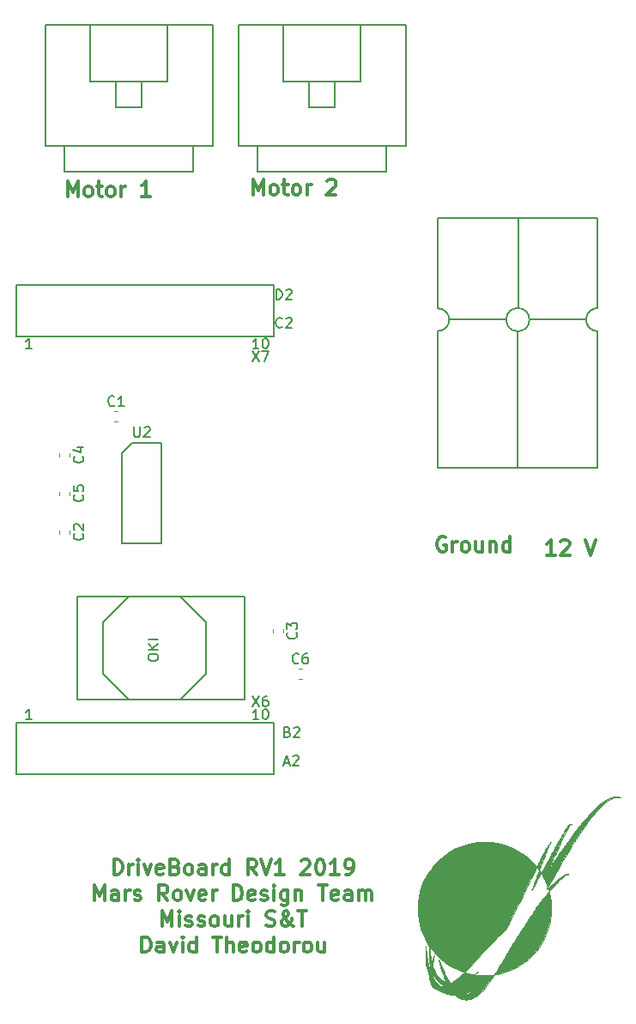
<source format=gbr>
G04 #@! TF.GenerationSoftware,KiCad,Pcbnew,(5.0.0)*
G04 #@! TF.CreationDate,2018-10-03T21:48:53-05:00*
G04 #@! TF.ProjectId,DriveBoard_Hardware,4472697665426F6172645F4861726477,rev?*
G04 #@! TF.SameCoordinates,Original*
G04 #@! TF.FileFunction,Legend,Top*
G04 #@! TF.FilePolarity,Positive*
%FSLAX46Y46*%
G04 Gerber Fmt 4.6, Leading zero omitted, Abs format (unit mm)*
G04 Created by KiCad (PCBNEW (5.0.0)) date 10/03/18 21:48:53*
%MOMM*%
%LPD*%
G01*
G04 APERTURE LIST*
%ADD10C,0.300000*%
%ADD11C,0.120000*%
%ADD12C,0.150000*%
%ADD13C,0.010000*%
G04 APERTURE END LIST*
D10*
X45491285Y-102390571D02*
X45491285Y-100890571D01*
X45848428Y-100890571D01*
X46062714Y-100962000D01*
X46205571Y-101104857D01*
X46276999Y-101247714D01*
X46348428Y-101533428D01*
X46348428Y-101747714D01*
X46276999Y-102033428D01*
X46205571Y-102176285D01*
X46062714Y-102319142D01*
X45848428Y-102390571D01*
X45491285Y-102390571D01*
X46991285Y-102390571D02*
X46991285Y-101390571D01*
X46991285Y-101676285D02*
X47062714Y-101533428D01*
X47134142Y-101462000D01*
X47276999Y-101390571D01*
X47419857Y-101390571D01*
X47919857Y-102390571D02*
X47919857Y-101390571D01*
X47919857Y-100890571D02*
X47848428Y-100962000D01*
X47919857Y-101033428D01*
X47991285Y-100962000D01*
X47919857Y-100890571D01*
X47919857Y-101033428D01*
X48491285Y-101390571D02*
X48848428Y-102390571D01*
X49205571Y-101390571D01*
X50348428Y-102319142D02*
X50205571Y-102390571D01*
X49919857Y-102390571D01*
X49776999Y-102319142D01*
X49705571Y-102176285D01*
X49705571Y-101604857D01*
X49776999Y-101462000D01*
X49919857Y-101390571D01*
X50205571Y-101390571D01*
X50348428Y-101462000D01*
X50419857Y-101604857D01*
X50419857Y-101747714D01*
X49705571Y-101890571D01*
X51562714Y-101604857D02*
X51776999Y-101676285D01*
X51848428Y-101747714D01*
X51919857Y-101890571D01*
X51919857Y-102104857D01*
X51848428Y-102247714D01*
X51776999Y-102319142D01*
X51634142Y-102390571D01*
X51062714Y-102390571D01*
X51062714Y-100890571D01*
X51562714Y-100890571D01*
X51705571Y-100962000D01*
X51776999Y-101033428D01*
X51848428Y-101176285D01*
X51848428Y-101319142D01*
X51776999Y-101462000D01*
X51705571Y-101533428D01*
X51562714Y-101604857D01*
X51062714Y-101604857D01*
X52776999Y-102390571D02*
X52634142Y-102319142D01*
X52562714Y-102247714D01*
X52491285Y-102104857D01*
X52491285Y-101676285D01*
X52562714Y-101533428D01*
X52634142Y-101462000D01*
X52776999Y-101390571D01*
X52991285Y-101390571D01*
X53134142Y-101462000D01*
X53205571Y-101533428D01*
X53276999Y-101676285D01*
X53276999Y-102104857D01*
X53205571Y-102247714D01*
X53134142Y-102319142D01*
X52991285Y-102390571D01*
X52776999Y-102390571D01*
X54562714Y-102390571D02*
X54562714Y-101604857D01*
X54491285Y-101462000D01*
X54348428Y-101390571D01*
X54062714Y-101390571D01*
X53919857Y-101462000D01*
X54562714Y-102319142D02*
X54419857Y-102390571D01*
X54062714Y-102390571D01*
X53919857Y-102319142D01*
X53848428Y-102176285D01*
X53848428Y-102033428D01*
X53919857Y-101890571D01*
X54062714Y-101819142D01*
X54419857Y-101819142D01*
X54562714Y-101747714D01*
X55276999Y-102390571D02*
X55276999Y-101390571D01*
X55276999Y-101676285D02*
X55348428Y-101533428D01*
X55419857Y-101462000D01*
X55562714Y-101390571D01*
X55705571Y-101390571D01*
X56848428Y-102390571D02*
X56848428Y-100890571D01*
X56848428Y-102319142D02*
X56705571Y-102390571D01*
X56419857Y-102390571D01*
X56276999Y-102319142D01*
X56205571Y-102247714D01*
X56134142Y-102104857D01*
X56134142Y-101676285D01*
X56205571Y-101533428D01*
X56276999Y-101462000D01*
X56419857Y-101390571D01*
X56705571Y-101390571D01*
X56848428Y-101462000D01*
X59562714Y-102390571D02*
X59062714Y-101676285D01*
X58705571Y-102390571D02*
X58705571Y-100890571D01*
X59276999Y-100890571D01*
X59419857Y-100962000D01*
X59491285Y-101033428D01*
X59562714Y-101176285D01*
X59562714Y-101390571D01*
X59491285Y-101533428D01*
X59419857Y-101604857D01*
X59276999Y-101676285D01*
X58705571Y-101676285D01*
X59991285Y-100890571D02*
X60491285Y-102390571D01*
X60991285Y-100890571D01*
X62276999Y-102390571D02*
X61419857Y-102390571D01*
X61848428Y-102390571D02*
X61848428Y-100890571D01*
X61705571Y-101104857D01*
X61562714Y-101247714D01*
X61419857Y-101319142D01*
X63991285Y-101033428D02*
X64062714Y-100962000D01*
X64205571Y-100890571D01*
X64562714Y-100890571D01*
X64705571Y-100962000D01*
X64776999Y-101033428D01*
X64848428Y-101176285D01*
X64848428Y-101319142D01*
X64776999Y-101533428D01*
X63919857Y-102390571D01*
X64848428Y-102390571D01*
X65776999Y-100890571D02*
X65919857Y-100890571D01*
X66062714Y-100962000D01*
X66134142Y-101033428D01*
X66205571Y-101176285D01*
X66276999Y-101462000D01*
X66276999Y-101819142D01*
X66205571Y-102104857D01*
X66134142Y-102247714D01*
X66062714Y-102319142D01*
X65919857Y-102390571D01*
X65776999Y-102390571D01*
X65634142Y-102319142D01*
X65562714Y-102247714D01*
X65491285Y-102104857D01*
X65419857Y-101819142D01*
X65419857Y-101462000D01*
X65491285Y-101176285D01*
X65562714Y-101033428D01*
X65634142Y-100962000D01*
X65776999Y-100890571D01*
X67705571Y-102390571D02*
X66848428Y-102390571D01*
X67276999Y-102390571D02*
X67276999Y-100890571D01*
X67134142Y-101104857D01*
X66991285Y-101247714D01*
X66848428Y-101319142D01*
X68419857Y-102390571D02*
X68705571Y-102390571D01*
X68848428Y-102319142D01*
X68919857Y-102247714D01*
X69062714Y-102033428D01*
X69134142Y-101747714D01*
X69134142Y-101176285D01*
X69062714Y-101033428D01*
X68991285Y-100962000D01*
X68848428Y-100890571D01*
X68562714Y-100890571D01*
X68419857Y-100962000D01*
X68348428Y-101033428D01*
X68277000Y-101176285D01*
X68277000Y-101533428D01*
X68348428Y-101676285D01*
X68419857Y-101747714D01*
X68562714Y-101819142D01*
X68848428Y-101819142D01*
X68991285Y-101747714D01*
X69062714Y-101676285D01*
X69134142Y-101533428D01*
X43598428Y-104940571D02*
X43598428Y-103440571D01*
X44098428Y-104512000D01*
X44598428Y-103440571D01*
X44598428Y-104940571D01*
X45955571Y-104940571D02*
X45955571Y-104154857D01*
X45884142Y-104012000D01*
X45741285Y-103940571D01*
X45455571Y-103940571D01*
X45312714Y-104012000D01*
X45955571Y-104869142D02*
X45812714Y-104940571D01*
X45455571Y-104940571D01*
X45312714Y-104869142D01*
X45241285Y-104726285D01*
X45241285Y-104583428D01*
X45312714Y-104440571D01*
X45455571Y-104369142D01*
X45812714Y-104369142D01*
X45955571Y-104297714D01*
X46669857Y-104940571D02*
X46669857Y-103940571D01*
X46669857Y-104226285D02*
X46741285Y-104083428D01*
X46812714Y-104012000D01*
X46955571Y-103940571D01*
X47098428Y-103940571D01*
X47527000Y-104869142D02*
X47669857Y-104940571D01*
X47955571Y-104940571D01*
X48098428Y-104869142D01*
X48169857Y-104726285D01*
X48169857Y-104654857D01*
X48098428Y-104512000D01*
X47955571Y-104440571D01*
X47741285Y-104440571D01*
X47598428Y-104369142D01*
X47527000Y-104226285D01*
X47527000Y-104154857D01*
X47598428Y-104012000D01*
X47741285Y-103940571D01*
X47955571Y-103940571D01*
X48098428Y-104012000D01*
X50812714Y-104940571D02*
X50312714Y-104226285D01*
X49955571Y-104940571D02*
X49955571Y-103440571D01*
X50527000Y-103440571D01*
X50669857Y-103512000D01*
X50741285Y-103583428D01*
X50812714Y-103726285D01*
X50812714Y-103940571D01*
X50741285Y-104083428D01*
X50669857Y-104154857D01*
X50527000Y-104226285D01*
X49955571Y-104226285D01*
X51669857Y-104940571D02*
X51527000Y-104869142D01*
X51455571Y-104797714D01*
X51384142Y-104654857D01*
X51384142Y-104226285D01*
X51455571Y-104083428D01*
X51527000Y-104012000D01*
X51669857Y-103940571D01*
X51884142Y-103940571D01*
X52027000Y-104012000D01*
X52098428Y-104083428D01*
X52169857Y-104226285D01*
X52169857Y-104654857D01*
X52098428Y-104797714D01*
X52027000Y-104869142D01*
X51884142Y-104940571D01*
X51669857Y-104940571D01*
X52669857Y-103940571D02*
X53027000Y-104940571D01*
X53384142Y-103940571D01*
X54527000Y-104869142D02*
X54384142Y-104940571D01*
X54098428Y-104940571D01*
X53955571Y-104869142D01*
X53884142Y-104726285D01*
X53884142Y-104154857D01*
X53955571Y-104012000D01*
X54098428Y-103940571D01*
X54384142Y-103940571D01*
X54527000Y-104012000D01*
X54598428Y-104154857D01*
X54598428Y-104297714D01*
X53884142Y-104440571D01*
X55241285Y-104940571D02*
X55241285Y-103940571D01*
X55241285Y-104226285D02*
X55312714Y-104083428D01*
X55384142Y-104012000D01*
X55527000Y-103940571D01*
X55669857Y-103940571D01*
X57312714Y-104940571D02*
X57312714Y-103440571D01*
X57669857Y-103440571D01*
X57884142Y-103512000D01*
X58027000Y-103654857D01*
X58098428Y-103797714D01*
X58169857Y-104083428D01*
X58169857Y-104297714D01*
X58098428Y-104583428D01*
X58027000Y-104726285D01*
X57884142Y-104869142D01*
X57669857Y-104940571D01*
X57312714Y-104940571D01*
X59384142Y-104869142D02*
X59241285Y-104940571D01*
X58955571Y-104940571D01*
X58812714Y-104869142D01*
X58741285Y-104726285D01*
X58741285Y-104154857D01*
X58812714Y-104012000D01*
X58955571Y-103940571D01*
X59241285Y-103940571D01*
X59384142Y-104012000D01*
X59455571Y-104154857D01*
X59455571Y-104297714D01*
X58741285Y-104440571D01*
X60027000Y-104869142D02*
X60169857Y-104940571D01*
X60455571Y-104940571D01*
X60598428Y-104869142D01*
X60669857Y-104726285D01*
X60669857Y-104654857D01*
X60598428Y-104512000D01*
X60455571Y-104440571D01*
X60241285Y-104440571D01*
X60098428Y-104369142D01*
X60027000Y-104226285D01*
X60027000Y-104154857D01*
X60098428Y-104012000D01*
X60241285Y-103940571D01*
X60455571Y-103940571D01*
X60598428Y-104012000D01*
X61312714Y-104940571D02*
X61312714Y-103940571D01*
X61312714Y-103440571D02*
X61241285Y-103512000D01*
X61312714Y-103583428D01*
X61384142Y-103512000D01*
X61312714Y-103440571D01*
X61312714Y-103583428D01*
X62669857Y-103940571D02*
X62669857Y-105154857D01*
X62598428Y-105297714D01*
X62527000Y-105369142D01*
X62384142Y-105440571D01*
X62169857Y-105440571D01*
X62027000Y-105369142D01*
X62669857Y-104869142D02*
X62527000Y-104940571D01*
X62241285Y-104940571D01*
X62098428Y-104869142D01*
X62027000Y-104797714D01*
X61955571Y-104654857D01*
X61955571Y-104226285D01*
X62027000Y-104083428D01*
X62098428Y-104012000D01*
X62241285Y-103940571D01*
X62527000Y-103940571D01*
X62669857Y-104012000D01*
X63384142Y-103940571D02*
X63384142Y-104940571D01*
X63384142Y-104083428D02*
X63455571Y-104012000D01*
X63598428Y-103940571D01*
X63812714Y-103940571D01*
X63955571Y-104012000D01*
X64027000Y-104154857D01*
X64027000Y-104940571D01*
X65669857Y-103440571D02*
X66527000Y-103440571D01*
X66098428Y-104940571D02*
X66098428Y-103440571D01*
X67598428Y-104869142D02*
X67455571Y-104940571D01*
X67169857Y-104940571D01*
X67027000Y-104869142D01*
X66955571Y-104726285D01*
X66955571Y-104154857D01*
X67027000Y-104012000D01*
X67169857Y-103940571D01*
X67455571Y-103940571D01*
X67598428Y-104012000D01*
X67669857Y-104154857D01*
X67669857Y-104297714D01*
X66955571Y-104440571D01*
X68955571Y-104940571D02*
X68955571Y-104154857D01*
X68884142Y-104012000D01*
X68741285Y-103940571D01*
X68455571Y-103940571D01*
X68312714Y-104012000D01*
X68955571Y-104869142D02*
X68812714Y-104940571D01*
X68455571Y-104940571D01*
X68312714Y-104869142D01*
X68241285Y-104726285D01*
X68241285Y-104583428D01*
X68312714Y-104440571D01*
X68455571Y-104369142D01*
X68812714Y-104369142D01*
X68955571Y-104297714D01*
X69669857Y-104940571D02*
X69669857Y-103940571D01*
X69669857Y-104083428D02*
X69741285Y-104012000D01*
X69884142Y-103940571D01*
X70098428Y-103940571D01*
X70241285Y-104012000D01*
X70312714Y-104154857D01*
X70312714Y-104940571D01*
X70312714Y-104154857D02*
X70384142Y-104012000D01*
X70527000Y-103940571D01*
X70741285Y-103940571D01*
X70884142Y-104012000D01*
X70955571Y-104154857D01*
X70955571Y-104940571D01*
X50241285Y-107490571D02*
X50241285Y-105990571D01*
X50741285Y-107062000D01*
X51241285Y-105990571D01*
X51241285Y-107490571D01*
X51955571Y-107490571D02*
X51955571Y-106490571D01*
X51955571Y-105990571D02*
X51884142Y-106062000D01*
X51955571Y-106133428D01*
X52027000Y-106062000D01*
X51955571Y-105990571D01*
X51955571Y-106133428D01*
X52598428Y-107419142D02*
X52741285Y-107490571D01*
X53027000Y-107490571D01*
X53169857Y-107419142D01*
X53241285Y-107276285D01*
X53241285Y-107204857D01*
X53169857Y-107062000D01*
X53027000Y-106990571D01*
X52812714Y-106990571D01*
X52669857Y-106919142D01*
X52598428Y-106776285D01*
X52598428Y-106704857D01*
X52669857Y-106562000D01*
X52812714Y-106490571D01*
X53027000Y-106490571D01*
X53169857Y-106562000D01*
X53812714Y-107419142D02*
X53955571Y-107490571D01*
X54241285Y-107490571D01*
X54384142Y-107419142D01*
X54455571Y-107276285D01*
X54455571Y-107204857D01*
X54384142Y-107062000D01*
X54241285Y-106990571D01*
X54027000Y-106990571D01*
X53884142Y-106919142D01*
X53812714Y-106776285D01*
X53812714Y-106704857D01*
X53884142Y-106562000D01*
X54027000Y-106490571D01*
X54241285Y-106490571D01*
X54384142Y-106562000D01*
X55312714Y-107490571D02*
X55169857Y-107419142D01*
X55098428Y-107347714D01*
X55027000Y-107204857D01*
X55027000Y-106776285D01*
X55098428Y-106633428D01*
X55169857Y-106562000D01*
X55312714Y-106490571D01*
X55527000Y-106490571D01*
X55669857Y-106562000D01*
X55741285Y-106633428D01*
X55812714Y-106776285D01*
X55812714Y-107204857D01*
X55741285Y-107347714D01*
X55669857Y-107419142D01*
X55527000Y-107490571D01*
X55312714Y-107490571D01*
X57098428Y-106490571D02*
X57098428Y-107490571D01*
X56455571Y-106490571D02*
X56455571Y-107276285D01*
X56527000Y-107419142D01*
X56669857Y-107490571D01*
X56884142Y-107490571D01*
X57027000Y-107419142D01*
X57098428Y-107347714D01*
X57812714Y-107490571D02*
X57812714Y-106490571D01*
X57812714Y-106776285D02*
X57884142Y-106633428D01*
X57955571Y-106562000D01*
X58098428Y-106490571D01*
X58241285Y-106490571D01*
X58741285Y-107490571D02*
X58741285Y-106490571D01*
X58741285Y-105990571D02*
X58669857Y-106062000D01*
X58741285Y-106133428D01*
X58812714Y-106062000D01*
X58741285Y-105990571D01*
X58741285Y-106133428D01*
X60527000Y-107419142D02*
X60741285Y-107490571D01*
X61098428Y-107490571D01*
X61241285Y-107419142D01*
X61312714Y-107347714D01*
X61384142Y-107204857D01*
X61384142Y-107062000D01*
X61312714Y-106919142D01*
X61241285Y-106847714D01*
X61098428Y-106776285D01*
X60812714Y-106704857D01*
X60669857Y-106633428D01*
X60598428Y-106562000D01*
X60527000Y-106419142D01*
X60527000Y-106276285D01*
X60598428Y-106133428D01*
X60669857Y-106062000D01*
X60812714Y-105990571D01*
X61169857Y-105990571D01*
X61384142Y-106062000D01*
X63241285Y-107490571D02*
X63169857Y-107490571D01*
X63027000Y-107419142D01*
X62812714Y-107204857D01*
X62455571Y-106776285D01*
X62312714Y-106562000D01*
X62241285Y-106347714D01*
X62241285Y-106204857D01*
X62312714Y-106062000D01*
X62455571Y-105990571D01*
X62527000Y-105990571D01*
X62669857Y-106062000D01*
X62741285Y-106204857D01*
X62741285Y-106276285D01*
X62669857Y-106419142D01*
X62598428Y-106490571D01*
X62169857Y-106776285D01*
X62098428Y-106847714D01*
X62027000Y-106990571D01*
X62027000Y-107204857D01*
X62098428Y-107347714D01*
X62169857Y-107419142D01*
X62312714Y-107490571D01*
X62527000Y-107490571D01*
X62669857Y-107419142D01*
X62741285Y-107347714D01*
X62955571Y-107062000D01*
X63027000Y-106847714D01*
X63027000Y-106704857D01*
X63669857Y-105990571D02*
X64527000Y-105990571D01*
X64098428Y-107490571D02*
X64098428Y-105990571D01*
X48277000Y-110040571D02*
X48277000Y-108540571D01*
X48634142Y-108540571D01*
X48848428Y-108612000D01*
X48991285Y-108754857D01*
X49062714Y-108897714D01*
X49134142Y-109183428D01*
X49134142Y-109397714D01*
X49062714Y-109683428D01*
X48991285Y-109826285D01*
X48848428Y-109969142D01*
X48634142Y-110040571D01*
X48277000Y-110040571D01*
X50419857Y-110040571D02*
X50419857Y-109254857D01*
X50348428Y-109112000D01*
X50205571Y-109040571D01*
X49919857Y-109040571D01*
X49777000Y-109112000D01*
X50419857Y-109969142D02*
X50277000Y-110040571D01*
X49919857Y-110040571D01*
X49777000Y-109969142D01*
X49705571Y-109826285D01*
X49705571Y-109683428D01*
X49777000Y-109540571D01*
X49919857Y-109469142D01*
X50277000Y-109469142D01*
X50419857Y-109397714D01*
X50991285Y-109040571D02*
X51348428Y-110040571D01*
X51705571Y-109040571D01*
X52277000Y-110040571D02*
X52277000Y-109040571D01*
X52277000Y-108540571D02*
X52205571Y-108612000D01*
X52277000Y-108683428D01*
X52348428Y-108612000D01*
X52277000Y-108540571D01*
X52277000Y-108683428D01*
X53634142Y-110040571D02*
X53634142Y-108540571D01*
X53634142Y-109969142D02*
X53491285Y-110040571D01*
X53205571Y-110040571D01*
X53062714Y-109969142D01*
X52991285Y-109897714D01*
X52919857Y-109754857D01*
X52919857Y-109326285D01*
X52991285Y-109183428D01*
X53062714Y-109112000D01*
X53205571Y-109040571D01*
X53491285Y-109040571D01*
X53634142Y-109112000D01*
X55277000Y-108540571D02*
X56134142Y-108540571D01*
X55705571Y-110040571D02*
X55705571Y-108540571D01*
X56634142Y-110040571D02*
X56634142Y-108540571D01*
X57277000Y-110040571D02*
X57277000Y-109254857D01*
X57205571Y-109112000D01*
X57062714Y-109040571D01*
X56848428Y-109040571D01*
X56705571Y-109112000D01*
X56634142Y-109183428D01*
X58562714Y-109969142D02*
X58419857Y-110040571D01*
X58134142Y-110040571D01*
X57991285Y-109969142D01*
X57919857Y-109826285D01*
X57919857Y-109254857D01*
X57991285Y-109112000D01*
X58134142Y-109040571D01*
X58419857Y-109040571D01*
X58562714Y-109112000D01*
X58634142Y-109254857D01*
X58634142Y-109397714D01*
X57919857Y-109540571D01*
X59491285Y-110040571D02*
X59348428Y-109969142D01*
X59277000Y-109897714D01*
X59205571Y-109754857D01*
X59205571Y-109326285D01*
X59277000Y-109183428D01*
X59348428Y-109112000D01*
X59491285Y-109040571D01*
X59705571Y-109040571D01*
X59848428Y-109112000D01*
X59919857Y-109183428D01*
X59991285Y-109326285D01*
X59991285Y-109754857D01*
X59919857Y-109897714D01*
X59848428Y-109969142D01*
X59705571Y-110040571D01*
X59491285Y-110040571D01*
X61277000Y-110040571D02*
X61277000Y-108540571D01*
X61277000Y-109969142D02*
X61134142Y-110040571D01*
X60848428Y-110040571D01*
X60705571Y-109969142D01*
X60634142Y-109897714D01*
X60562714Y-109754857D01*
X60562714Y-109326285D01*
X60634142Y-109183428D01*
X60705571Y-109112000D01*
X60848428Y-109040571D01*
X61134142Y-109040571D01*
X61277000Y-109112000D01*
X62205571Y-110040571D02*
X62062714Y-109969142D01*
X61991285Y-109897714D01*
X61919857Y-109754857D01*
X61919857Y-109326285D01*
X61991285Y-109183428D01*
X62062714Y-109112000D01*
X62205571Y-109040571D01*
X62419857Y-109040571D01*
X62562714Y-109112000D01*
X62634142Y-109183428D01*
X62705571Y-109326285D01*
X62705571Y-109754857D01*
X62634142Y-109897714D01*
X62562714Y-109969142D01*
X62419857Y-110040571D01*
X62205571Y-110040571D01*
X63348428Y-110040571D02*
X63348428Y-109040571D01*
X63348428Y-109326285D02*
X63419857Y-109183428D01*
X63491285Y-109112000D01*
X63634142Y-109040571D01*
X63776999Y-109040571D01*
X64491285Y-110040571D02*
X64348428Y-109969142D01*
X64276999Y-109897714D01*
X64205571Y-109754857D01*
X64205571Y-109326285D01*
X64276999Y-109183428D01*
X64348428Y-109112000D01*
X64491285Y-109040571D01*
X64705571Y-109040571D01*
X64848428Y-109112000D01*
X64919857Y-109183428D01*
X64991285Y-109326285D01*
X64991285Y-109754857D01*
X64919857Y-109897714D01*
X64848428Y-109969142D01*
X64705571Y-110040571D01*
X64491285Y-110040571D01*
X66277000Y-109040571D02*
X66277000Y-110040571D01*
X65634142Y-109040571D02*
X65634142Y-109826285D01*
X65705571Y-109969142D01*
X65848428Y-110040571D01*
X66062714Y-110040571D01*
X66205571Y-109969142D01*
X66277000Y-109897714D01*
X78214885Y-69125400D02*
X78072028Y-69053971D01*
X77857742Y-69053971D01*
X77643457Y-69125400D01*
X77500600Y-69268257D01*
X77429171Y-69411114D01*
X77357742Y-69696828D01*
X77357742Y-69911114D01*
X77429171Y-70196828D01*
X77500600Y-70339685D01*
X77643457Y-70482542D01*
X77857742Y-70553971D01*
X78000600Y-70553971D01*
X78214885Y-70482542D01*
X78286314Y-70411114D01*
X78286314Y-69911114D01*
X78000600Y-69911114D01*
X78929171Y-70553971D02*
X78929171Y-69553971D01*
X78929171Y-69839685D02*
X79000600Y-69696828D01*
X79072028Y-69625400D01*
X79214885Y-69553971D01*
X79357742Y-69553971D01*
X80072028Y-70553971D02*
X79929171Y-70482542D01*
X79857742Y-70411114D01*
X79786314Y-70268257D01*
X79786314Y-69839685D01*
X79857742Y-69696828D01*
X79929171Y-69625400D01*
X80072028Y-69553971D01*
X80286314Y-69553971D01*
X80429171Y-69625400D01*
X80500600Y-69696828D01*
X80572028Y-69839685D01*
X80572028Y-70268257D01*
X80500600Y-70411114D01*
X80429171Y-70482542D01*
X80286314Y-70553971D01*
X80072028Y-70553971D01*
X81857742Y-69553971D02*
X81857742Y-70553971D01*
X81214885Y-69553971D02*
X81214885Y-70339685D01*
X81286314Y-70482542D01*
X81429171Y-70553971D01*
X81643457Y-70553971D01*
X81786314Y-70482542D01*
X81857742Y-70411114D01*
X82572028Y-69553971D02*
X82572028Y-70553971D01*
X82572028Y-69696828D02*
X82643457Y-69625400D01*
X82786314Y-69553971D01*
X83000600Y-69553971D01*
X83143457Y-69625400D01*
X83214885Y-69768257D01*
X83214885Y-70553971D01*
X84572028Y-70553971D02*
X84572028Y-69053971D01*
X84572028Y-70482542D02*
X84429171Y-70553971D01*
X84143457Y-70553971D01*
X84000600Y-70482542D01*
X83929171Y-70411114D01*
X83857742Y-70268257D01*
X83857742Y-69839685D01*
X83929171Y-69696828D01*
X84000600Y-69625400D01*
X84143457Y-69553971D01*
X84429171Y-69553971D01*
X84572028Y-69625400D01*
X89025600Y-70858771D02*
X88168457Y-70858771D01*
X88597028Y-70858771D02*
X88597028Y-69358771D01*
X88454171Y-69573057D01*
X88311314Y-69715914D01*
X88168457Y-69787342D01*
X89597028Y-69501628D02*
X89668457Y-69430200D01*
X89811314Y-69358771D01*
X90168457Y-69358771D01*
X90311314Y-69430200D01*
X90382742Y-69501628D01*
X90454171Y-69644485D01*
X90454171Y-69787342D01*
X90382742Y-70001628D01*
X89525600Y-70858771D01*
X90454171Y-70858771D01*
X92025600Y-69358771D02*
X92525600Y-70858771D01*
X93025600Y-69358771D01*
X59261085Y-35349571D02*
X59261085Y-33849571D01*
X59761085Y-34921000D01*
X60261085Y-33849571D01*
X60261085Y-35349571D01*
X61189657Y-35349571D02*
X61046800Y-35278142D01*
X60975371Y-35206714D01*
X60903942Y-35063857D01*
X60903942Y-34635285D01*
X60975371Y-34492428D01*
X61046800Y-34421000D01*
X61189657Y-34349571D01*
X61403942Y-34349571D01*
X61546800Y-34421000D01*
X61618228Y-34492428D01*
X61689657Y-34635285D01*
X61689657Y-35063857D01*
X61618228Y-35206714D01*
X61546800Y-35278142D01*
X61403942Y-35349571D01*
X61189657Y-35349571D01*
X62118228Y-34349571D02*
X62689657Y-34349571D01*
X62332514Y-33849571D02*
X62332514Y-35135285D01*
X62403942Y-35278142D01*
X62546800Y-35349571D01*
X62689657Y-35349571D01*
X63403942Y-35349571D02*
X63261085Y-35278142D01*
X63189657Y-35206714D01*
X63118228Y-35063857D01*
X63118228Y-34635285D01*
X63189657Y-34492428D01*
X63261085Y-34421000D01*
X63403942Y-34349571D01*
X63618228Y-34349571D01*
X63761085Y-34421000D01*
X63832514Y-34492428D01*
X63903942Y-34635285D01*
X63903942Y-35063857D01*
X63832514Y-35206714D01*
X63761085Y-35278142D01*
X63618228Y-35349571D01*
X63403942Y-35349571D01*
X64546800Y-35349571D02*
X64546800Y-34349571D01*
X64546800Y-34635285D02*
X64618228Y-34492428D01*
X64689657Y-34421000D01*
X64832514Y-34349571D01*
X64975371Y-34349571D01*
X66546800Y-33992428D02*
X66618228Y-33921000D01*
X66761085Y-33849571D01*
X67118228Y-33849571D01*
X67261085Y-33921000D01*
X67332514Y-33992428D01*
X67403942Y-34135285D01*
X67403942Y-34278142D01*
X67332514Y-34492428D01*
X66475371Y-35349571D01*
X67403942Y-35349571D01*
X40947685Y-35501971D02*
X40947685Y-34001971D01*
X41447685Y-35073400D01*
X41947685Y-34001971D01*
X41947685Y-35501971D01*
X42876257Y-35501971D02*
X42733400Y-35430542D01*
X42661971Y-35359114D01*
X42590542Y-35216257D01*
X42590542Y-34787685D01*
X42661971Y-34644828D01*
X42733400Y-34573400D01*
X42876257Y-34501971D01*
X43090542Y-34501971D01*
X43233400Y-34573400D01*
X43304828Y-34644828D01*
X43376257Y-34787685D01*
X43376257Y-35216257D01*
X43304828Y-35359114D01*
X43233400Y-35430542D01*
X43090542Y-35501971D01*
X42876257Y-35501971D01*
X43804828Y-34501971D02*
X44376257Y-34501971D01*
X44019114Y-34001971D02*
X44019114Y-35287685D01*
X44090542Y-35430542D01*
X44233400Y-35501971D01*
X44376257Y-35501971D01*
X45090542Y-35501971D02*
X44947685Y-35430542D01*
X44876257Y-35359114D01*
X44804828Y-35216257D01*
X44804828Y-34787685D01*
X44876257Y-34644828D01*
X44947685Y-34573400D01*
X45090542Y-34501971D01*
X45304828Y-34501971D01*
X45447685Y-34573400D01*
X45519114Y-34644828D01*
X45590542Y-34787685D01*
X45590542Y-35216257D01*
X45519114Y-35359114D01*
X45447685Y-35430542D01*
X45304828Y-35501971D01*
X45090542Y-35501971D01*
X46233400Y-35501971D02*
X46233400Y-34501971D01*
X46233400Y-34787685D02*
X46304828Y-34644828D01*
X46376257Y-34573400D01*
X46519114Y-34501971D01*
X46661971Y-34501971D01*
X49090542Y-35501971D02*
X48233400Y-35501971D01*
X48661971Y-35501971D02*
X48661971Y-34001971D01*
X48519114Y-34216257D01*
X48376257Y-34359114D01*
X48233400Y-34430542D01*
D11*
G04 #@! TO.C,C1*
X45548733Y-56640000D02*
X45891267Y-56640000D01*
X45548733Y-57660000D02*
X45891267Y-57660000D01*
G04 #@! TO.C,C2*
X41150000Y-68408733D02*
X41150000Y-68751267D01*
X40130000Y-68408733D02*
X40130000Y-68751267D01*
G04 #@! TO.C,C3*
X62206600Y-78162333D02*
X62206600Y-78504867D01*
X61186600Y-78162333D02*
X61186600Y-78504867D01*
G04 #@! TO.C,C4*
X41150000Y-60788733D02*
X41150000Y-61131267D01*
X40130000Y-60788733D02*
X40130000Y-61131267D01*
G04 #@! TO.C,C5*
X41150000Y-64598733D02*
X41150000Y-64941267D01*
X40130000Y-64598733D02*
X40130000Y-64941267D01*
G04 #@! TO.C,C6*
X63723733Y-83060000D02*
X64066267Y-83060000D01*
X63723733Y-82040000D02*
X64066267Y-82040000D01*
D12*
G04 #@! TO.C,Conn1*
X77470000Y-48768000D02*
G75*
G03X78587600Y-47650400I0J1117600D01*
G01*
X78587600Y-47650400D02*
G75*
G03X77470000Y-46532800I-1117600J0D01*
G01*
X93218000Y-37592000D02*
X77470000Y-37592000D01*
X93218000Y-62230000D02*
X77470000Y-62230000D01*
X93218000Y-46507400D02*
X93218000Y-45288200D01*
X92075000Y-47650400D02*
G75*
G03X93218000Y-48793400I1143000J0D01*
G01*
X93218000Y-46507400D02*
G75*
G03X92075000Y-47650400I0J-1143000D01*
G01*
X77470000Y-49961800D02*
X77470000Y-48768000D01*
X79781400Y-47650400D02*
X78613000Y-47650400D01*
X77470000Y-45339000D02*
X77470000Y-46507400D01*
X93218000Y-49911000D02*
X93218000Y-48818800D01*
X92075000Y-47650400D02*
X90906600Y-47650400D01*
X83058000Y-47650400D02*
X84201000Y-47650400D01*
X85369400Y-37617400D02*
X85369400Y-46507400D01*
X87630000Y-47650400D02*
X86487000Y-47650400D01*
X85344000Y-49936400D02*
X85344000Y-48793400D01*
X83058000Y-47650400D02*
X79756000Y-47650400D01*
X85344000Y-49936400D02*
X85344000Y-62230000D01*
X87630000Y-47650400D02*
X90906600Y-47650400D01*
X86487000Y-47650400D02*
G75*
G03X86487000Y-47650400I-1143000J0D01*
G01*
X77470000Y-49936400D02*
X77470000Y-62230000D01*
X77470000Y-45364400D02*
X77470000Y-37617400D01*
X93218000Y-37617400D02*
X93218000Y-45364400D01*
X93218000Y-49936400D02*
X93218000Y-62230000D01*
G04 #@! TO.C,Conn2*
X43180000Y-18542000D02*
X43180000Y-19050000D01*
X50800000Y-19050000D02*
X50800000Y-18542000D01*
X38735000Y-18542000D02*
X55245000Y-18542000D01*
X38735000Y-30480000D02*
X38735000Y-18542000D01*
X55245000Y-30480000D02*
X55245000Y-18542000D01*
X53340000Y-30480000D02*
X55245000Y-30480000D01*
X40640000Y-30480000D02*
X38735000Y-30480000D01*
X43180000Y-22860000D02*
X43180000Y-24130000D01*
X43180000Y-24130000D02*
X50800000Y-24130000D01*
X50800000Y-24130000D02*
X50800000Y-22860000D01*
X50800000Y-22860000D02*
X50800000Y-19050000D01*
X43180000Y-22860000D02*
X43180000Y-19050000D01*
X45720000Y-24130000D02*
X45720000Y-26670000D01*
X45720000Y-26670000D02*
X48260000Y-26670000D01*
X48260000Y-26670000D02*
X48260000Y-24130000D01*
X40640000Y-30480000D02*
X53340000Y-30480000D01*
X53340000Y-30480000D02*
X53340000Y-33020000D01*
X53340000Y-33020000D02*
X40640000Y-33020000D01*
X40640000Y-33020000D02*
X40640000Y-30480000D01*
G04 #@! TO.C,Conn3*
X62230000Y-18542000D02*
X62230000Y-19050000D01*
X69850000Y-19050000D02*
X69850000Y-18542000D01*
X57785000Y-18542000D02*
X74295000Y-18542000D01*
X57785000Y-30480000D02*
X57785000Y-18542000D01*
X74295000Y-30480000D02*
X74295000Y-18542000D01*
X72390000Y-30480000D02*
X74295000Y-30480000D01*
X59690000Y-30480000D02*
X57785000Y-30480000D01*
X62230000Y-22860000D02*
X62230000Y-24130000D01*
X62230000Y-24130000D02*
X69850000Y-24130000D01*
X69850000Y-24130000D02*
X69850000Y-22860000D01*
X69850000Y-22860000D02*
X69850000Y-19050000D01*
X62230000Y-22860000D02*
X62230000Y-19050000D01*
X64770000Y-24130000D02*
X64770000Y-26670000D01*
X64770000Y-26670000D02*
X67310000Y-26670000D01*
X67310000Y-26670000D02*
X67310000Y-24130000D01*
X59690000Y-30480000D02*
X72390000Y-30480000D01*
X72390000Y-30480000D02*
X72390000Y-33020000D01*
X72390000Y-33020000D02*
X59690000Y-33020000D01*
X59690000Y-33020000D02*
X59690000Y-30480000D01*
G04 #@! TO.C,U1*
X35839001Y-44195001D02*
X35839001Y-49275001D01*
X61239001Y-44195001D02*
X35839001Y-44195001D01*
X61239001Y-49275001D02*
X61239001Y-44195001D01*
X35839001Y-92455001D02*
X61239001Y-92455001D01*
X35839001Y-87375001D02*
X35839001Y-92455001D01*
X61239001Y-92455001D02*
X61239001Y-87375001D01*
X35839001Y-49275001D02*
X61239001Y-49275001D01*
X61239001Y-87375001D02*
X35839001Y-87375001D01*
G04 #@! TO.C,U2*
X46310000Y-60820000D02*
X47310000Y-59820000D01*
X46310000Y-69720000D02*
X46310000Y-60820000D01*
X50210000Y-69720000D02*
X46310000Y-69720000D01*
X50210000Y-59820000D02*
X50210000Y-69720000D01*
X47310000Y-59820000D02*
X50210000Y-59820000D01*
G04 #@! TO.C,U3*
X41910000Y-74930000D02*
X58420000Y-74930000D01*
X58420000Y-85090000D02*
X41910000Y-85090000D01*
X58420000Y-74930000D02*
X58420000Y-85090000D01*
X41910000Y-74930000D02*
X41910000Y-85090000D01*
X54610000Y-77470000D02*
X54610000Y-82550000D01*
X52070000Y-74930000D02*
X54610000Y-77470000D01*
X46990000Y-74930000D02*
X52070000Y-74930000D01*
X44450000Y-77470000D02*
X46990000Y-74930000D01*
X44450000Y-82550000D02*
X44450000Y-77470000D01*
X46990000Y-85090000D02*
X44450000Y-82550000D01*
X52070000Y-85090000D02*
X46990000Y-85090000D01*
X54610000Y-82550000D02*
X52070000Y-85090000D01*
D13*
G04 #@! TO.C,G\002A\002A\002A*
G36*
X95190296Y-94688164D02*
X95321517Y-94707090D01*
X95428356Y-94738151D01*
X95444653Y-94745207D01*
X95510055Y-94775515D01*
X95449913Y-94765341D01*
X95240596Y-94741866D01*
X95044537Y-94743429D01*
X94870644Y-94769934D01*
X94863463Y-94771716D01*
X94660824Y-94838355D01*
X94449659Y-94938212D01*
X94229250Y-95071873D01*
X93998876Y-95239923D01*
X93757816Y-95442949D01*
X93505351Y-95681538D01*
X93240760Y-95956276D01*
X92963322Y-96267749D01*
X92825074Y-96430839D01*
X92696995Y-96585526D01*
X92574634Y-96736369D01*
X92456074Y-96886139D01*
X92339397Y-97037610D01*
X92222686Y-97193551D01*
X92104023Y-97356736D01*
X91981492Y-97529936D01*
X91853173Y-97715923D01*
X91717151Y-97917469D01*
X91571507Y-98137345D01*
X91414324Y-98378324D01*
X91243684Y-98643177D01*
X91057670Y-98934676D01*
X90854365Y-99255593D01*
X90683514Y-99526583D01*
X90293904Y-100154857D01*
X89919170Y-100777698D01*
X89565337Y-101385054D01*
X89476286Y-101541342D01*
X89395809Y-101682546D01*
X89302572Y-101844950D01*
X89204253Y-102015258D01*
X89108527Y-102180173D01*
X89024535Y-102323903D01*
X88940877Y-102467310D01*
X88849109Y-102626125D01*
X88756314Y-102787992D01*
X88669573Y-102940554D01*
X88595970Y-103071455D01*
X88593615Y-103075679D01*
X88530138Y-103189371D01*
X88469919Y-103296868D01*
X88416964Y-103391044D01*
X88375282Y-103464774D01*
X88348876Y-103510935D01*
X88348045Y-103512364D01*
X88297615Y-103598935D01*
X88219788Y-103392080D01*
X88178968Y-103289777D01*
X88128218Y-103172282D01*
X88070084Y-103044592D01*
X88007113Y-102911699D01*
X87941850Y-102778601D01*
X87876841Y-102650290D01*
X87814633Y-102531762D01*
X87757771Y-102428012D01*
X87708802Y-102344035D01*
X87670271Y-102284825D01*
X87644724Y-102255377D01*
X87639174Y-102253023D01*
X87625704Y-102269784D01*
X87596788Y-102316261D01*
X87555763Y-102386747D01*
X87505963Y-102475534D01*
X87460512Y-102558745D01*
X87387123Y-102694118D01*
X87308428Y-102838354D01*
X87226822Y-102987146D01*
X87144703Y-103136186D01*
X87064468Y-103281164D01*
X86988513Y-103417774D01*
X86919234Y-103541707D01*
X86859029Y-103648655D01*
X86810294Y-103734310D01*
X86775426Y-103794364D01*
X86756821Y-103824508D01*
X86755109Y-103826740D01*
X86753719Y-103817940D01*
X86764375Y-103778415D01*
X86785052Y-103714984D01*
X86805732Y-103656338D01*
X86855954Y-103518344D01*
X86911780Y-103366117D01*
X86971614Y-103203907D01*
X87033861Y-103035963D01*
X87096926Y-102866536D01*
X87159212Y-102699876D01*
X87219123Y-102540233D01*
X87275065Y-102391857D01*
X87325441Y-102258998D01*
X87368656Y-102145905D01*
X87403113Y-102056830D01*
X87427219Y-101996022D01*
X87439376Y-101967731D01*
X87440236Y-101966346D01*
X87457145Y-101974186D01*
X87488860Y-102009279D01*
X87529307Y-102064649D01*
X87540578Y-102081619D01*
X87582394Y-102143421D01*
X87616476Y-102189424D01*
X87636725Y-102211512D01*
X87638810Y-102212355D01*
X87651503Y-102195289D01*
X87680039Y-102147800D01*
X87721563Y-102074934D01*
X87773223Y-101981739D01*
X87832166Y-101873259D01*
X87861988Y-101817651D01*
X87932220Y-101686887D01*
X88016305Y-101531514D01*
X88108572Y-101361938D01*
X88203349Y-101188570D01*
X88294964Y-101021817D01*
X88350573Y-100921105D01*
X88431296Y-100775017D01*
X88526119Y-100603000D01*
X88629946Y-100414326D01*
X88737679Y-100218265D01*
X88844223Y-100024089D01*
X88944480Y-99841069D01*
X88979432Y-99777175D01*
X89141875Y-99482446D01*
X89301433Y-99197541D01*
X89456376Y-98925359D01*
X89604976Y-98668799D01*
X89745505Y-98430762D01*
X89876234Y-98214146D01*
X89995435Y-98021852D01*
X90101380Y-97856779D01*
X90192341Y-97721826D01*
X90261045Y-97627103D01*
X90357283Y-97511060D01*
X90443114Y-97427627D01*
X90517116Y-97377597D01*
X90577866Y-97361766D01*
X90623942Y-97380926D01*
X90645353Y-97412530D01*
X90665199Y-97466081D01*
X90668615Y-97497565D01*
X90657320Y-97501769D01*
X90633036Y-97473482D01*
X90627912Y-97465350D01*
X90589227Y-97418363D01*
X90553286Y-97405230D01*
X90552810Y-97405315D01*
X90515134Y-97429364D01*
X90462954Y-97489414D01*
X90396904Y-97584341D01*
X90317618Y-97713021D01*
X90225730Y-97874327D01*
X90121874Y-98067135D01*
X90006683Y-98290321D01*
X89880793Y-98542758D01*
X89744836Y-98823322D01*
X89696316Y-98925162D01*
X89648532Y-99026982D01*
X89590209Y-99153105D01*
X89522815Y-99300231D01*
X89447818Y-99465061D01*
X89366684Y-99644296D01*
X89280881Y-99834636D01*
X89191878Y-100032781D01*
X89101140Y-100235434D01*
X89010136Y-100439293D01*
X88920334Y-100641061D01*
X88833200Y-100837437D01*
X88750203Y-101025122D01*
X88672809Y-101200818D01*
X88602486Y-101361224D01*
X88540702Y-101503041D01*
X88488925Y-101622970D01*
X88448621Y-101717711D01*
X88421258Y-101783966D01*
X88408304Y-101818435D01*
X88407544Y-101822679D01*
X88419818Y-101808334D01*
X88451247Y-101765107D01*
X88498724Y-101697460D01*
X88559139Y-101609857D01*
X88629383Y-101506758D01*
X88683930Y-101425987D01*
X88774860Y-101291700D01*
X88882512Y-101134131D01*
X89004139Y-100957205D01*
X89136993Y-100764850D01*
X89278327Y-100560990D01*
X89425392Y-100349551D01*
X89575440Y-100134459D01*
X89725725Y-99919641D01*
X89873497Y-99709021D01*
X90016009Y-99506525D01*
X90150514Y-99316081D01*
X90274263Y-99141612D01*
X90384509Y-98987046D01*
X90478504Y-98856308D01*
X90553500Y-98753323D01*
X90574657Y-98724688D01*
X90940612Y-98238074D01*
X91289607Y-97786639D01*
X91622400Y-97369594D01*
X91939745Y-96986150D01*
X92242402Y-96635518D01*
X92531125Y-96316910D01*
X92806672Y-96029536D01*
X93069799Y-95772607D01*
X93321263Y-95545334D01*
X93561822Y-95346928D01*
X93792230Y-95176601D01*
X94013246Y-95033562D01*
X94225626Y-94917024D01*
X94227024Y-94916329D01*
X94385335Y-94840775D01*
X94520076Y-94784057D01*
X94641115Y-94742891D01*
X94758322Y-94713993D01*
X94881567Y-94694079D01*
X94902741Y-94691479D01*
X95046701Y-94682564D01*
X95190296Y-94688164D01*
X95190296Y-94688164D01*
G37*
X95190296Y-94688164D02*
X95321517Y-94707090D01*
X95428356Y-94738151D01*
X95444653Y-94745207D01*
X95510055Y-94775515D01*
X95449913Y-94765341D01*
X95240596Y-94741866D01*
X95044537Y-94743429D01*
X94870644Y-94769934D01*
X94863463Y-94771716D01*
X94660824Y-94838355D01*
X94449659Y-94938212D01*
X94229250Y-95071873D01*
X93998876Y-95239923D01*
X93757816Y-95442949D01*
X93505351Y-95681538D01*
X93240760Y-95956276D01*
X92963322Y-96267749D01*
X92825074Y-96430839D01*
X92696995Y-96585526D01*
X92574634Y-96736369D01*
X92456074Y-96886139D01*
X92339397Y-97037610D01*
X92222686Y-97193551D01*
X92104023Y-97356736D01*
X91981492Y-97529936D01*
X91853173Y-97715923D01*
X91717151Y-97917469D01*
X91571507Y-98137345D01*
X91414324Y-98378324D01*
X91243684Y-98643177D01*
X91057670Y-98934676D01*
X90854365Y-99255593D01*
X90683514Y-99526583D01*
X90293904Y-100154857D01*
X89919170Y-100777698D01*
X89565337Y-101385054D01*
X89476286Y-101541342D01*
X89395809Y-101682546D01*
X89302572Y-101844950D01*
X89204253Y-102015258D01*
X89108527Y-102180173D01*
X89024535Y-102323903D01*
X88940877Y-102467310D01*
X88849109Y-102626125D01*
X88756314Y-102787992D01*
X88669573Y-102940554D01*
X88595970Y-103071455D01*
X88593615Y-103075679D01*
X88530138Y-103189371D01*
X88469919Y-103296868D01*
X88416964Y-103391044D01*
X88375282Y-103464774D01*
X88348876Y-103510935D01*
X88348045Y-103512364D01*
X88297615Y-103598935D01*
X88219788Y-103392080D01*
X88178968Y-103289777D01*
X88128218Y-103172282D01*
X88070084Y-103044592D01*
X88007113Y-102911699D01*
X87941850Y-102778601D01*
X87876841Y-102650290D01*
X87814633Y-102531762D01*
X87757771Y-102428012D01*
X87708802Y-102344035D01*
X87670271Y-102284825D01*
X87644724Y-102255377D01*
X87639174Y-102253023D01*
X87625704Y-102269784D01*
X87596788Y-102316261D01*
X87555763Y-102386747D01*
X87505963Y-102475534D01*
X87460512Y-102558745D01*
X87387123Y-102694118D01*
X87308428Y-102838354D01*
X87226822Y-102987146D01*
X87144703Y-103136186D01*
X87064468Y-103281164D01*
X86988513Y-103417774D01*
X86919234Y-103541707D01*
X86859029Y-103648655D01*
X86810294Y-103734310D01*
X86775426Y-103794364D01*
X86756821Y-103824508D01*
X86755109Y-103826740D01*
X86753719Y-103817940D01*
X86764375Y-103778415D01*
X86785052Y-103714984D01*
X86805732Y-103656338D01*
X86855954Y-103518344D01*
X86911780Y-103366117D01*
X86971614Y-103203907D01*
X87033861Y-103035963D01*
X87096926Y-102866536D01*
X87159212Y-102699876D01*
X87219123Y-102540233D01*
X87275065Y-102391857D01*
X87325441Y-102258998D01*
X87368656Y-102145905D01*
X87403113Y-102056830D01*
X87427219Y-101996022D01*
X87439376Y-101967731D01*
X87440236Y-101966346D01*
X87457145Y-101974186D01*
X87488860Y-102009279D01*
X87529307Y-102064649D01*
X87540578Y-102081619D01*
X87582394Y-102143421D01*
X87616476Y-102189424D01*
X87636725Y-102211512D01*
X87638810Y-102212355D01*
X87651503Y-102195289D01*
X87680039Y-102147800D01*
X87721563Y-102074934D01*
X87773223Y-101981739D01*
X87832166Y-101873259D01*
X87861988Y-101817651D01*
X87932220Y-101686887D01*
X88016305Y-101531514D01*
X88108572Y-101361938D01*
X88203349Y-101188570D01*
X88294964Y-101021817D01*
X88350573Y-100921105D01*
X88431296Y-100775017D01*
X88526119Y-100603000D01*
X88629946Y-100414326D01*
X88737679Y-100218265D01*
X88844223Y-100024089D01*
X88944480Y-99841069D01*
X88979432Y-99777175D01*
X89141875Y-99482446D01*
X89301433Y-99197541D01*
X89456376Y-98925359D01*
X89604976Y-98668799D01*
X89745505Y-98430762D01*
X89876234Y-98214146D01*
X89995435Y-98021852D01*
X90101380Y-97856779D01*
X90192341Y-97721826D01*
X90261045Y-97627103D01*
X90357283Y-97511060D01*
X90443114Y-97427627D01*
X90517116Y-97377597D01*
X90577866Y-97361766D01*
X90623942Y-97380926D01*
X90645353Y-97412530D01*
X90665199Y-97466081D01*
X90668615Y-97497565D01*
X90657320Y-97501769D01*
X90633036Y-97473482D01*
X90627912Y-97465350D01*
X90589227Y-97418363D01*
X90553286Y-97405230D01*
X90552810Y-97405315D01*
X90515134Y-97429364D01*
X90462954Y-97489414D01*
X90396904Y-97584341D01*
X90317618Y-97713021D01*
X90225730Y-97874327D01*
X90121874Y-98067135D01*
X90006683Y-98290321D01*
X89880793Y-98542758D01*
X89744836Y-98823322D01*
X89696316Y-98925162D01*
X89648532Y-99026982D01*
X89590209Y-99153105D01*
X89522815Y-99300231D01*
X89447818Y-99465061D01*
X89366684Y-99644296D01*
X89280881Y-99834636D01*
X89191878Y-100032781D01*
X89101140Y-100235434D01*
X89010136Y-100439293D01*
X88920334Y-100641061D01*
X88833200Y-100837437D01*
X88750203Y-101025122D01*
X88672809Y-101200818D01*
X88602486Y-101361224D01*
X88540702Y-101503041D01*
X88488925Y-101622970D01*
X88448621Y-101717711D01*
X88421258Y-101783966D01*
X88408304Y-101818435D01*
X88407544Y-101822679D01*
X88419818Y-101808334D01*
X88451247Y-101765107D01*
X88498724Y-101697460D01*
X88559139Y-101609857D01*
X88629383Y-101506758D01*
X88683930Y-101425987D01*
X88774860Y-101291700D01*
X88882512Y-101134131D01*
X89004139Y-100957205D01*
X89136993Y-100764850D01*
X89278327Y-100560990D01*
X89425392Y-100349551D01*
X89575440Y-100134459D01*
X89725725Y-99919641D01*
X89873497Y-99709021D01*
X90016009Y-99506525D01*
X90150514Y-99316081D01*
X90274263Y-99141612D01*
X90384509Y-98987046D01*
X90478504Y-98856308D01*
X90553500Y-98753323D01*
X90574657Y-98724688D01*
X90940612Y-98238074D01*
X91289607Y-97786639D01*
X91622400Y-97369594D01*
X91939745Y-96986150D01*
X92242402Y-96635518D01*
X92531125Y-96316910D01*
X92806672Y-96029536D01*
X93069799Y-95772607D01*
X93321263Y-95545334D01*
X93561822Y-95346928D01*
X93792230Y-95176601D01*
X94013246Y-95033562D01*
X94225626Y-94917024D01*
X94227024Y-94916329D01*
X94385335Y-94840775D01*
X94520076Y-94784057D01*
X94641115Y-94742891D01*
X94758322Y-94713993D01*
X94881567Y-94694079D01*
X94902741Y-94691479D01*
X95046701Y-94682564D01*
X95190296Y-94688164D01*
G36*
X86739337Y-103866835D02*
X86729313Y-103876859D01*
X86719289Y-103866835D01*
X86729313Y-103856812D01*
X86739337Y-103866835D01*
X86739337Y-103866835D01*
G37*
X86739337Y-103866835D02*
X86729313Y-103876859D01*
X86719289Y-103866835D01*
X86729313Y-103856812D01*
X86739337Y-103866835D01*
G36*
X88620170Y-99157611D02*
X88609672Y-99181774D01*
X88575531Y-99233175D01*
X88555943Y-99260909D01*
X88519301Y-99314996D01*
X88483400Y-99374363D01*
X88445987Y-99443759D01*
X88404808Y-99527930D01*
X88357612Y-99631623D01*
X88302145Y-99759588D01*
X88236155Y-99916570D01*
X88177406Y-100058624D01*
X88127441Y-100181283D01*
X88065817Y-100334588D01*
X87995206Y-100511741D01*
X87918280Y-100705942D01*
X87837710Y-100910392D01*
X87756168Y-101118291D01*
X87676326Y-101322841D01*
X87600855Y-101517241D01*
X87532427Y-101694693D01*
X87473713Y-101848396D01*
X87462031Y-101879234D01*
X87440390Y-101936463D01*
X87327944Y-101782488D01*
X87278227Y-101718114D01*
X87236245Y-101670588D01*
X87207808Y-101646135D01*
X87199719Y-101645069D01*
X87188500Y-101665536D01*
X87161384Y-101719087D01*
X87119860Y-101802677D01*
X87065417Y-101913261D01*
X86999546Y-102047794D01*
X86923735Y-102203231D01*
X86839475Y-102376529D01*
X86748255Y-102564641D01*
X86651564Y-102764523D01*
X86612978Y-102844420D01*
X86390828Y-103304354D01*
X86184686Y-103730569D01*
X85993335Y-104125556D01*
X85815557Y-104491802D01*
X85650136Y-104831795D01*
X85495855Y-105148025D01*
X85351496Y-105442979D01*
X85215843Y-105719147D01*
X85087678Y-105979016D01*
X84965785Y-106225075D01*
X84848945Y-106459813D01*
X84735943Y-106685717D01*
X84671619Y-106813797D01*
X84584440Y-106988165D01*
X84509996Y-107138061D01*
X84445641Y-107266926D01*
X84388726Y-107378204D01*
X84336604Y-107475334D01*
X84286628Y-107561760D01*
X84236150Y-107640924D01*
X84182522Y-107716266D01*
X84123096Y-107791229D01*
X84055226Y-107869254D01*
X83976263Y-107953784D01*
X83883560Y-108048261D01*
X83774470Y-108156125D01*
X83646344Y-108280820D01*
X83496536Y-108425787D01*
X83322397Y-108594467D01*
X83241073Y-108673497D01*
X83094388Y-108817027D01*
X82950879Y-108958950D01*
X82814292Y-109095461D01*
X82688371Y-109222753D01*
X82576861Y-109337020D01*
X82483505Y-109434456D01*
X82412049Y-109511253D01*
X82370455Y-109558503D01*
X82257334Y-109691510D01*
X82120161Y-109848784D01*
X81962950Y-110025956D01*
X81789711Y-110218656D01*
X81604457Y-110422516D01*
X81411200Y-110633164D01*
X81213951Y-110846233D01*
X81016722Y-111057352D01*
X80823525Y-111262153D01*
X80638373Y-111456265D01*
X80465276Y-111635319D01*
X80436952Y-111664340D01*
X80341157Y-111762621D01*
X80255622Y-111850909D01*
X80184047Y-111925343D01*
X80130126Y-111982064D01*
X80097557Y-112017213D01*
X80089380Y-112027233D01*
X80114021Y-112036012D01*
X80169850Y-112052074D01*
X80249050Y-112073426D01*
X80343801Y-112098076D01*
X80446286Y-112124029D01*
X80548687Y-112149294D01*
X80643185Y-112171877D01*
X80721961Y-112189786D01*
X80752396Y-112196239D01*
X80881147Y-112220516D01*
X80974716Y-112233302D01*
X81036262Y-112234831D01*
X81068946Y-112225338D01*
X81073786Y-112220074D01*
X81092939Y-112201177D01*
X81136278Y-112163621D01*
X81196528Y-112113605D01*
X81240360Y-112078114D01*
X81396716Y-111952685D01*
X81080296Y-112251125D01*
X81148293Y-112263294D01*
X81268816Y-112280726D01*
X81413271Y-112294847D01*
X81576185Y-112305697D01*
X81752084Y-112313315D01*
X81935496Y-112317742D01*
X82120945Y-112319018D01*
X82302960Y-112317183D01*
X82476067Y-112312277D01*
X82634792Y-112304340D01*
X82773662Y-112293411D01*
X82887203Y-112279533D01*
X82969942Y-112262743D01*
X83005792Y-112249697D01*
X83028715Y-112226044D01*
X83069288Y-112171075D01*
X83125348Y-112088331D01*
X83194733Y-111981353D01*
X83275282Y-111853685D01*
X83364833Y-111708866D01*
X83461222Y-111550440D01*
X83562290Y-111381947D01*
X83665873Y-111206930D01*
X83769811Y-111028930D01*
X83871940Y-110851489D01*
X83970099Y-110678149D01*
X84023354Y-110582699D01*
X84107862Y-110432909D01*
X84198624Y-110276522D01*
X84290349Y-110122349D01*
X84377745Y-109979199D01*
X84455522Y-109855883D01*
X84504972Y-109780805D01*
X84578957Y-109667836D01*
X84664879Y-109530584D01*
X84755974Y-109380231D01*
X84845478Y-109227962D01*
X84926627Y-109084958D01*
X84934746Y-109070285D01*
X85034375Y-108894271D01*
X85132347Y-108731593D01*
X85235707Y-108571314D01*
X85351505Y-108402500D01*
X85483822Y-108218273D01*
X85767167Y-107822387D01*
X86034919Y-107431254D01*
X86293303Y-107035227D01*
X86548544Y-106624660D01*
X86806866Y-106189905D01*
X86926903Y-105981831D01*
X86998932Y-105858058D01*
X87064478Y-105751220D01*
X87129447Y-105652944D01*
X87199749Y-105554858D01*
X87281291Y-105448591D01*
X87379981Y-105325772D01*
X87450357Y-105240079D01*
X87547485Y-105122262D01*
X87644097Y-105004744D01*
X87734715Y-104894212D01*
X87813860Y-104797353D01*
X87876055Y-104720857D01*
X87901944Y-104688777D01*
X87964249Y-104612024D01*
X88043135Y-104516051D01*
X88129229Y-104412200D01*
X88213160Y-104311813D01*
X88227036Y-104295317D01*
X88295374Y-104212571D01*
X88353360Y-104139315D01*
X88396466Y-104081516D01*
X88420161Y-104045136D01*
X88423314Y-104036863D01*
X88417966Y-104006758D01*
X88404204Y-103952047D01*
X88385452Y-103884512D01*
X88365135Y-103815938D01*
X88346677Y-103758108D01*
X88333502Y-103722806D01*
X88330576Y-103717730D01*
X88313072Y-103725848D01*
X88275456Y-103755639D01*
X88228807Y-103797920D01*
X88182542Y-103839611D01*
X88160884Y-103853425D01*
X88165083Y-103838587D01*
X88166188Y-103836764D01*
X88194216Y-103788029D01*
X88228697Y-103724022D01*
X88242301Y-103697715D01*
X88269659Y-103646291D01*
X88286437Y-103626323D01*
X88299648Y-103633236D01*
X88311157Y-103652794D01*
X88321947Y-103669196D01*
X88335573Y-103674817D01*
X88357190Y-103666435D01*
X88391951Y-103640825D01*
X88445009Y-103594768D01*
X88521517Y-103525040D01*
X88534380Y-103513217D01*
X88761282Y-103306348D01*
X88963424Y-103125930D01*
X89143791Y-102969474D01*
X89305370Y-102834487D01*
X89451148Y-102718480D01*
X89584110Y-102618962D01*
X89707244Y-102533441D01*
X89716369Y-102527388D01*
X89879573Y-102426332D01*
X90019226Y-102354396D01*
X90134635Y-102311826D01*
X90225104Y-102298869D01*
X90289938Y-102315770D01*
X90297742Y-102321150D01*
X90319143Y-102339895D01*
X90315159Y-102349050D01*
X90279983Y-102352182D01*
X90246537Y-102352622D01*
X90157162Y-102365878D01*
X90068484Y-102408297D01*
X90064536Y-102410781D01*
X89994319Y-102460393D01*
X89903376Y-102532131D01*
X89799096Y-102619536D01*
X89688867Y-102716148D01*
X89580078Y-102815507D01*
X89480119Y-102911155D01*
X89405635Y-102986799D01*
X89343775Y-103052738D01*
X89265412Y-103137276D01*
X89174658Y-103235882D01*
X89075628Y-103344024D01*
X88972435Y-103457169D01*
X88869192Y-103570785D01*
X88770012Y-103680342D01*
X88679010Y-103781307D01*
X88600298Y-103869147D01*
X88537991Y-103939332D01*
X88496201Y-103987330D01*
X88482492Y-104003839D01*
X88438307Y-104060012D01*
X88492529Y-104304229D01*
X88537070Y-104516350D01*
X88571703Y-104710481D01*
X88597739Y-104897955D01*
X88616488Y-105090105D01*
X88629260Y-105298266D01*
X88637367Y-105533771D01*
X88638052Y-105562784D01*
X88640564Y-105888695D01*
X88631828Y-106186201D01*
X88610804Y-106465667D01*
X88576453Y-106737461D01*
X88527736Y-107011950D01*
X88464275Y-107296774D01*
X88325504Y-107785444D01*
X88150070Y-108259623D01*
X87939384Y-108717386D01*
X87694859Y-109156805D01*
X87417907Y-109575954D01*
X87109939Y-109972908D01*
X86772367Y-110345741D01*
X86406603Y-110692526D01*
X86014059Y-111011337D01*
X85596147Y-111300248D01*
X85474245Y-111375846D01*
X85058205Y-111606805D01*
X84622999Y-111808839D01*
X84175296Y-111979436D01*
X83721764Y-112116082D01*
X83269072Y-112216267D01*
X83221026Y-112224712D01*
X83115641Y-112246162D01*
X83047644Y-112268286D01*
X83014847Y-112291216D01*
X82996661Y-112317149D01*
X82959197Y-112371166D01*
X82905881Y-112448304D01*
X82840142Y-112543600D01*
X82765405Y-112652093D01*
X82706437Y-112737790D01*
X82486434Y-113050128D01*
X82279473Y-113327915D01*
X82083298Y-113573662D01*
X81895650Y-113789879D01*
X81714273Y-113979075D01*
X81536910Y-114143762D01*
X81361302Y-114286449D01*
X81228772Y-114380952D01*
X81111967Y-114452270D01*
X80977500Y-114522952D01*
X80838127Y-114587096D01*
X80706602Y-114638796D01*
X80603822Y-114670216D01*
X80439419Y-114699405D01*
X80261519Y-114712385D01*
X80087598Y-114708557D01*
X79959457Y-114692314D01*
X79721888Y-114626922D01*
X79494200Y-114522747D01*
X79276701Y-114379939D01*
X79201412Y-114319486D01*
X79143299Y-114274232D01*
X79095995Y-114250742D01*
X79042213Y-114242173D01*
X79003989Y-114241342D01*
X78735330Y-114225596D01*
X78462728Y-114180125D01*
X78397896Y-114162529D01*
X79879448Y-114162529D01*
X79907202Y-114179937D01*
X79933259Y-114188075D01*
X79971283Y-114192449D01*
X80037050Y-114194593D01*
X80118257Y-114194188D01*
X80143756Y-114193523D01*
X80260699Y-114185079D01*
X80357194Y-114165655D01*
X80440032Y-114136681D01*
X80575544Y-114074808D01*
X80696817Y-114003952D01*
X80814664Y-113916688D01*
X80939896Y-113805588D01*
X80984293Y-113762813D01*
X81049812Y-113697544D01*
X81098510Y-113646755D01*
X81126780Y-113614408D01*
X81131014Y-113604467D01*
X81126077Y-113607061D01*
X80918869Y-113735754D01*
X80739831Y-113838380D01*
X80587435Y-113915813D01*
X80580141Y-113919199D01*
X80472557Y-113965311D01*
X80349342Y-114012435D01*
X80221641Y-114056821D01*
X80100601Y-114094723D01*
X79997366Y-114122391D01*
X79943033Y-114133447D01*
X79891465Y-114146621D01*
X79879448Y-114162529D01*
X78397896Y-114162529D01*
X78195416Y-114107575D01*
X77942631Y-114010594D01*
X77713610Y-113891830D01*
X77653924Y-113854327D01*
X77584891Y-113814161D01*
X77517035Y-113782941D01*
X77477458Y-113770448D01*
X77425259Y-113754940D01*
X77351893Y-113726928D01*
X77271951Y-113692047D01*
X77260291Y-113686569D01*
X77099921Y-113588573D01*
X77099661Y-113588329D01*
X79051927Y-113588329D01*
X79058577Y-113604223D01*
X79077316Y-113625713D01*
X79081738Y-113630421D01*
X79106818Y-113655152D01*
X79131743Y-113670443D01*
X79164265Y-113676525D01*
X79212136Y-113673635D01*
X79283110Y-113662004D01*
X79384938Y-113641869D01*
X79394786Y-113639870D01*
X79476709Y-113621603D01*
X79570565Y-113598104D01*
X79669096Y-113571520D01*
X79765047Y-113543995D01*
X79851162Y-113517677D01*
X79920186Y-113494711D01*
X79964863Y-113477243D01*
X79977937Y-113467419D01*
X79977921Y-113467404D01*
X79956238Y-113467321D01*
X79904702Y-113473407D01*
X79832868Y-113484448D01*
X79802271Y-113489686D01*
X79714812Y-113502992D01*
X79602064Y-113517182D01*
X79478748Y-113530533D01*
X79362603Y-113541085D01*
X79239127Y-113551162D01*
X79150966Y-113559448D01*
X79093476Y-113567419D01*
X79062012Y-113576554D01*
X79051927Y-113588329D01*
X77099661Y-113588329D01*
X76960868Y-113458086D01*
X76844473Y-113297381D01*
X76752080Y-113108731D01*
X76685029Y-112894410D01*
X76644663Y-112656691D01*
X76643032Y-112640857D01*
X76628926Y-112554651D01*
X76604152Y-112452430D01*
X76573826Y-112355036D01*
X76570870Y-112346867D01*
X76492400Y-112105347D01*
X76482304Y-112066204D01*
X76872962Y-112066204D01*
X76881707Y-112209596D01*
X76890568Y-112296917D01*
X76908612Y-112368508D01*
X76941608Y-112443413D01*
X76966738Y-112490259D01*
X77137326Y-112766185D01*
X77322540Y-113005878D01*
X77523654Y-113210915D01*
X77607766Y-113282711D01*
X77728050Y-113380155D01*
X77858358Y-113367729D01*
X77926235Y-113360228D01*
X77976316Y-113352765D01*
X77997019Y-113347257D01*
X78001314Y-113341860D01*
X77997487Y-113334742D01*
X77979237Y-113321442D01*
X77940261Y-113297496D01*
X77874257Y-113258443D01*
X77858358Y-113249075D01*
X77639254Y-113101440D01*
X77442515Y-112928805D01*
X77264940Y-112727598D01*
X77103325Y-112494248D01*
X76972608Y-112261128D01*
X76872962Y-112066204D01*
X76482304Y-112066204D01*
X76421084Y-111828868D01*
X76357886Y-111522088D01*
X76303770Y-111189662D01*
X76261542Y-110853339D01*
X76252331Y-110748373D01*
X76244603Y-110620661D01*
X76238400Y-110476284D01*
X76233764Y-110321326D01*
X76230739Y-110161866D01*
X76229367Y-110003988D01*
X76229690Y-109853773D01*
X76231752Y-109717303D01*
X76235594Y-109600661D01*
X76241259Y-109509927D01*
X76248790Y-109451185D01*
X76251645Y-109440000D01*
X76262695Y-109409673D01*
X76268834Y-109408137D01*
X76271789Y-109439442D01*
X76273008Y-109490119D01*
X76279516Y-109649394D01*
X76293544Y-109838538D01*
X76313906Y-110048277D01*
X76339417Y-110269343D01*
X76368890Y-110492462D01*
X76401141Y-110708366D01*
X76434984Y-110907781D01*
X76469234Y-111081439D01*
X76485816Y-111154364D01*
X76516447Y-111276459D01*
X76548912Y-111396877D01*
X76581357Y-111509657D01*
X76611930Y-111608841D01*
X76638774Y-111688468D01*
X76660036Y-111742581D01*
X76673861Y-111765218D01*
X76675900Y-111765285D01*
X76694315Y-111732833D01*
X76703520Y-111669083D01*
X76703529Y-111581758D01*
X76694358Y-111478580D01*
X76676021Y-111367270D01*
X76675130Y-111362917D01*
X76646090Y-111213499D01*
X76622493Y-111070485D01*
X76603780Y-110927069D01*
X76589393Y-110776445D01*
X76578773Y-110611806D01*
X76571362Y-110426346D01*
X76566602Y-110213258D01*
X76564271Y-110011350D01*
X76561147Y-109620931D01*
X76676545Y-109620931D01*
X76678470Y-109698829D01*
X76682447Y-109795822D01*
X76688127Y-109904951D01*
X76695160Y-110019257D01*
X76703198Y-110131778D01*
X76711893Y-110235557D01*
X76717414Y-110292013D01*
X76728550Y-110386111D01*
X76743347Y-110494012D01*
X76760488Y-110607844D01*
X76778656Y-110719737D01*
X76796536Y-110821818D01*
X76812811Y-110906218D01*
X76826165Y-110965064D01*
X76833883Y-110988495D01*
X76844707Y-110980353D01*
X76864562Y-110940199D01*
X76890734Y-110874357D01*
X76920510Y-110789151D01*
X76924173Y-110777998D01*
X76969274Y-110643500D01*
X77009607Y-110530557D01*
X77043645Y-110443009D01*
X77069863Y-110384697D01*
X77086735Y-110359461D01*
X77090461Y-110359422D01*
X77089787Y-110381129D01*
X77081802Y-110434227D01*
X77067828Y-110510954D01*
X77049190Y-110603547D01*
X77047311Y-110612478D01*
X77021714Y-110738871D01*
X76994452Y-110881890D01*
X76969488Y-111020376D01*
X76956646Y-111096268D01*
X76917618Y-111335490D01*
X76978537Y-111510397D01*
X77029512Y-111644521D01*
X77092546Y-111791599D01*
X77162329Y-111940583D01*
X77233554Y-112080426D01*
X77300911Y-112200084D01*
X77338515Y-112259455D01*
X77434113Y-112386066D01*
X77550124Y-112516495D01*
X77674393Y-112638121D01*
X77794764Y-112738323D01*
X77811442Y-112750517D01*
X77872117Y-112790415D01*
X77946834Y-112834373D01*
X78027588Y-112878342D01*
X78106372Y-112918274D01*
X78175180Y-112950120D01*
X78226005Y-112969832D01*
X78250842Y-112973359D01*
X78251329Y-112972970D01*
X78247638Y-112952128D01*
X78230303Y-112904544D01*
X78202850Y-112839708D01*
X78196751Y-112826155D01*
X78137564Y-112689949D01*
X78070983Y-112526910D01*
X78001368Y-112348539D01*
X77933077Y-112166337D01*
X77870468Y-111991805D01*
X77817900Y-111836445D01*
X77798579Y-111775517D01*
X77765170Y-111663845D01*
X77729124Y-111537632D01*
X77692063Y-111403178D01*
X77655608Y-111266786D01*
X77621383Y-111134756D01*
X77591009Y-111013389D01*
X77566109Y-110908986D01*
X77548304Y-110827849D01*
X77539217Y-110776279D01*
X77538392Y-110764852D01*
X77545701Y-110772533D01*
X77566090Y-110813510D01*
X77597836Y-110883818D01*
X77639214Y-110979492D01*
X77688502Y-111096566D01*
X77743975Y-111231074D01*
X77785966Y-111334475D01*
X77874004Y-111550839D01*
X77951409Y-111736599D01*
X78021450Y-111898759D01*
X78087399Y-112044321D01*
X78152524Y-112180290D01*
X78220095Y-112313668D01*
X78293383Y-112451460D01*
X78375656Y-112600668D01*
X78384545Y-112616561D01*
X78464504Y-112758327D01*
X78528283Y-112868485D01*
X78578531Y-112950820D01*
X78617900Y-113009122D01*
X78649042Y-113047177D01*
X78674606Y-113068774D01*
X78697244Y-113077700D01*
X78707927Y-113078595D01*
X78744261Y-113067917D01*
X78804129Y-113039095D01*
X78878201Y-112996951D01*
X78933877Y-112961862D01*
X79015595Y-112905636D01*
X79116798Y-112832141D01*
X79226182Y-112749788D01*
X79332441Y-112666988D01*
X79362077Y-112643272D01*
X79381294Y-112627530D01*
X80544704Y-112627530D01*
X80554727Y-112637553D01*
X80564751Y-112627530D01*
X80554727Y-112617506D01*
X80544704Y-112627530D01*
X79381294Y-112627530D01*
X79401985Y-112610581D01*
X80584798Y-112610581D01*
X80600123Y-112606784D01*
X80645930Y-112577412D01*
X80721971Y-112522641D01*
X80827994Y-112442649D01*
X80881762Y-112401297D01*
X80949275Y-112347669D01*
X81001801Y-112303110D01*
X81033172Y-112273039D01*
X81039034Y-112263165D01*
X81021377Y-112271660D01*
X80979390Y-112299993D01*
X80919989Y-112342878D01*
X80850088Y-112395024D01*
X80776602Y-112451144D01*
X80706445Y-112505949D01*
X80646532Y-112554150D01*
X80603779Y-112590459D01*
X80585099Y-112609587D01*
X80584798Y-112610581D01*
X79401985Y-112610581D01*
X79448364Y-112572590D01*
X79543102Y-112493080D01*
X79641700Y-112408808D01*
X79739567Y-112323838D01*
X79832114Y-112242235D01*
X79914750Y-112168065D01*
X79982885Y-112105391D01*
X80031928Y-112058280D01*
X80057289Y-112030796D01*
X80059582Y-112025599D01*
X80039528Y-112016811D01*
X79989271Y-111997171D01*
X79916283Y-111969542D01*
X79828036Y-111936788D01*
X79823526Y-111935130D01*
X79356600Y-111742980D01*
X78905864Y-111516478D01*
X78474027Y-111257623D01*
X78063795Y-110968416D01*
X77677876Y-110650859D01*
X77318978Y-110306952D01*
X76989807Y-109938695D01*
X76806759Y-109705628D01*
X76756136Y-109639188D01*
X76714385Y-109586930D01*
X76687198Y-109555843D01*
X76680243Y-109550261D01*
X76677019Y-109569088D01*
X76676545Y-109620931D01*
X76561147Y-109620931D01*
X76559056Y-109359811D01*
X76425017Y-109139290D01*
X76180357Y-108698515D01*
X75971470Y-108240001D01*
X75798282Y-107763525D01*
X75660717Y-107268865D01*
X75558701Y-106755796D01*
X75510336Y-106402826D01*
X75500990Y-106291182D01*
X75494059Y-106148677D01*
X75489545Y-105984473D01*
X75487447Y-105807732D01*
X75487764Y-105627615D01*
X75490498Y-105453283D01*
X75495648Y-105293898D01*
X75503214Y-105158621D01*
X75510336Y-105079700D01*
X75589002Y-104553219D01*
X75703743Y-104044222D01*
X75854597Y-103552617D01*
X76041600Y-103078314D01*
X76264790Y-102621221D01*
X76524205Y-102181248D01*
X76819882Y-101758303D01*
X76934159Y-101611508D01*
X77036218Y-101489920D01*
X77160537Y-101351238D01*
X77298684Y-101204169D01*
X77442229Y-101057421D01*
X77582741Y-100919701D01*
X77711788Y-100799716D01*
X77768145Y-100750155D01*
X78171338Y-100430104D01*
X78595269Y-100144064D01*
X79038416Y-99892699D01*
X79499260Y-99676672D01*
X79976278Y-99496644D01*
X80467950Y-99353278D01*
X80972756Y-99247238D01*
X81336574Y-99195172D01*
X81485765Y-99181673D01*
X81663600Y-99171702D01*
X81859672Y-99165340D01*
X82063575Y-99162668D01*
X82264903Y-99163765D01*
X82453249Y-99168712D01*
X82618207Y-99177590D01*
X82699794Y-99184646D01*
X83218962Y-99257341D01*
X83721992Y-99366691D01*
X84209312Y-99512872D01*
X84681349Y-99696061D01*
X85138529Y-99916434D01*
X85581281Y-100174168D01*
X86010032Y-100469439D01*
X86238153Y-100646385D01*
X86325659Y-100720493D01*
X86430033Y-100814409D01*
X86545193Y-100922132D01*
X86665054Y-101037660D01*
X86783533Y-101154992D01*
X86894548Y-101268126D01*
X86992014Y-101371061D01*
X87069848Y-101457796D01*
X87110213Y-101506709D01*
X87152626Y-101559545D01*
X87185240Y-101596957D01*
X87200426Y-101610481D01*
X87211514Y-101593392D01*
X87238341Y-101544633D01*
X87278722Y-101468396D01*
X87330469Y-101368875D01*
X87391397Y-101250265D01*
X87459319Y-101116758D01*
X87505718Y-101024900D01*
X87649583Y-100742242D01*
X87787942Y-100476193D01*
X87919596Y-100228827D01*
X88043346Y-100002219D01*
X88157994Y-99798443D01*
X88262341Y-99619574D01*
X88355187Y-99467687D01*
X88435335Y-99344855D01*
X88501586Y-99253154D01*
X88552740Y-99194659D01*
X88572872Y-99178120D01*
X88607684Y-99157466D01*
X88620170Y-99157611D01*
X88620170Y-99157611D01*
G37*
X88620170Y-99157611D02*
X88609672Y-99181774D01*
X88575531Y-99233175D01*
X88555943Y-99260909D01*
X88519301Y-99314996D01*
X88483400Y-99374363D01*
X88445987Y-99443759D01*
X88404808Y-99527930D01*
X88357612Y-99631623D01*
X88302145Y-99759588D01*
X88236155Y-99916570D01*
X88177406Y-100058624D01*
X88127441Y-100181283D01*
X88065817Y-100334588D01*
X87995206Y-100511741D01*
X87918280Y-100705942D01*
X87837710Y-100910392D01*
X87756168Y-101118291D01*
X87676326Y-101322841D01*
X87600855Y-101517241D01*
X87532427Y-101694693D01*
X87473713Y-101848396D01*
X87462031Y-101879234D01*
X87440390Y-101936463D01*
X87327944Y-101782488D01*
X87278227Y-101718114D01*
X87236245Y-101670588D01*
X87207808Y-101646135D01*
X87199719Y-101645069D01*
X87188500Y-101665536D01*
X87161384Y-101719087D01*
X87119860Y-101802677D01*
X87065417Y-101913261D01*
X86999546Y-102047794D01*
X86923735Y-102203231D01*
X86839475Y-102376529D01*
X86748255Y-102564641D01*
X86651564Y-102764523D01*
X86612978Y-102844420D01*
X86390828Y-103304354D01*
X86184686Y-103730569D01*
X85993335Y-104125556D01*
X85815557Y-104491802D01*
X85650136Y-104831795D01*
X85495855Y-105148025D01*
X85351496Y-105442979D01*
X85215843Y-105719147D01*
X85087678Y-105979016D01*
X84965785Y-106225075D01*
X84848945Y-106459813D01*
X84735943Y-106685717D01*
X84671619Y-106813797D01*
X84584440Y-106988165D01*
X84509996Y-107138061D01*
X84445641Y-107266926D01*
X84388726Y-107378204D01*
X84336604Y-107475334D01*
X84286628Y-107561760D01*
X84236150Y-107640924D01*
X84182522Y-107716266D01*
X84123096Y-107791229D01*
X84055226Y-107869254D01*
X83976263Y-107953784D01*
X83883560Y-108048261D01*
X83774470Y-108156125D01*
X83646344Y-108280820D01*
X83496536Y-108425787D01*
X83322397Y-108594467D01*
X83241073Y-108673497D01*
X83094388Y-108817027D01*
X82950879Y-108958950D01*
X82814292Y-109095461D01*
X82688371Y-109222753D01*
X82576861Y-109337020D01*
X82483505Y-109434456D01*
X82412049Y-109511253D01*
X82370455Y-109558503D01*
X82257334Y-109691510D01*
X82120161Y-109848784D01*
X81962950Y-110025956D01*
X81789711Y-110218656D01*
X81604457Y-110422516D01*
X81411200Y-110633164D01*
X81213951Y-110846233D01*
X81016722Y-111057352D01*
X80823525Y-111262153D01*
X80638373Y-111456265D01*
X80465276Y-111635319D01*
X80436952Y-111664340D01*
X80341157Y-111762621D01*
X80255622Y-111850909D01*
X80184047Y-111925343D01*
X80130126Y-111982064D01*
X80097557Y-112017213D01*
X80089380Y-112027233D01*
X80114021Y-112036012D01*
X80169850Y-112052074D01*
X80249050Y-112073426D01*
X80343801Y-112098076D01*
X80446286Y-112124029D01*
X80548687Y-112149294D01*
X80643185Y-112171877D01*
X80721961Y-112189786D01*
X80752396Y-112196239D01*
X80881147Y-112220516D01*
X80974716Y-112233302D01*
X81036262Y-112234831D01*
X81068946Y-112225338D01*
X81073786Y-112220074D01*
X81092939Y-112201177D01*
X81136278Y-112163621D01*
X81196528Y-112113605D01*
X81240360Y-112078114D01*
X81396716Y-111952685D01*
X81080296Y-112251125D01*
X81148293Y-112263294D01*
X81268816Y-112280726D01*
X81413271Y-112294847D01*
X81576185Y-112305697D01*
X81752084Y-112313315D01*
X81935496Y-112317742D01*
X82120945Y-112319018D01*
X82302960Y-112317183D01*
X82476067Y-112312277D01*
X82634792Y-112304340D01*
X82773662Y-112293411D01*
X82887203Y-112279533D01*
X82969942Y-112262743D01*
X83005792Y-112249697D01*
X83028715Y-112226044D01*
X83069288Y-112171075D01*
X83125348Y-112088331D01*
X83194733Y-111981353D01*
X83275282Y-111853685D01*
X83364833Y-111708866D01*
X83461222Y-111550440D01*
X83562290Y-111381947D01*
X83665873Y-111206930D01*
X83769811Y-111028930D01*
X83871940Y-110851489D01*
X83970099Y-110678149D01*
X84023354Y-110582699D01*
X84107862Y-110432909D01*
X84198624Y-110276522D01*
X84290349Y-110122349D01*
X84377745Y-109979199D01*
X84455522Y-109855883D01*
X84504972Y-109780805D01*
X84578957Y-109667836D01*
X84664879Y-109530584D01*
X84755974Y-109380231D01*
X84845478Y-109227962D01*
X84926627Y-109084958D01*
X84934746Y-109070285D01*
X85034375Y-108894271D01*
X85132347Y-108731593D01*
X85235707Y-108571314D01*
X85351505Y-108402500D01*
X85483822Y-108218273D01*
X85767167Y-107822387D01*
X86034919Y-107431254D01*
X86293303Y-107035227D01*
X86548544Y-106624660D01*
X86806866Y-106189905D01*
X86926903Y-105981831D01*
X86998932Y-105858058D01*
X87064478Y-105751220D01*
X87129447Y-105652944D01*
X87199749Y-105554858D01*
X87281291Y-105448591D01*
X87379981Y-105325772D01*
X87450357Y-105240079D01*
X87547485Y-105122262D01*
X87644097Y-105004744D01*
X87734715Y-104894212D01*
X87813860Y-104797353D01*
X87876055Y-104720857D01*
X87901944Y-104688777D01*
X87964249Y-104612024D01*
X88043135Y-104516051D01*
X88129229Y-104412200D01*
X88213160Y-104311813D01*
X88227036Y-104295317D01*
X88295374Y-104212571D01*
X88353360Y-104139315D01*
X88396466Y-104081516D01*
X88420161Y-104045136D01*
X88423314Y-104036863D01*
X88417966Y-104006758D01*
X88404204Y-103952047D01*
X88385452Y-103884512D01*
X88365135Y-103815938D01*
X88346677Y-103758108D01*
X88333502Y-103722806D01*
X88330576Y-103717730D01*
X88313072Y-103725848D01*
X88275456Y-103755639D01*
X88228807Y-103797920D01*
X88182542Y-103839611D01*
X88160884Y-103853425D01*
X88165083Y-103838587D01*
X88166188Y-103836764D01*
X88194216Y-103788029D01*
X88228697Y-103724022D01*
X88242301Y-103697715D01*
X88269659Y-103646291D01*
X88286437Y-103626323D01*
X88299648Y-103633236D01*
X88311157Y-103652794D01*
X88321947Y-103669196D01*
X88335573Y-103674817D01*
X88357190Y-103666435D01*
X88391951Y-103640825D01*
X88445009Y-103594768D01*
X88521517Y-103525040D01*
X88534380Y-103513217D01*
X88761282Y-103306348D01*
X88963424Y-103125930D01*
X89143791Y-102969474D01*
X89305370Y-102834487D01*
X89451148Y-102718480D01*
X89584110Y-102618962D01*
X89707244Y-102533441D01*
X89716369Y-102527388D01*
X89879573Y-102426332D01*
X90019226Y-102354396D01*
X90134635Y-102311826D01*
X90225104Y-102298869D01*
X90289938Y-102315770D01*
X90297742Y-102321150D01*
X90319143Y-102339895D01*
X90315159Y-102349050D01*
X90279983Y-102352182D01*
X90246537Y-102352622D01*
X90157162Y-102365878D01*
X90068484Y-102408297D01*
X90064536Y-102410781D01*
X89994319Y-102460393D01*
X89903376Y-102532131D01*
X89799096Y-102619536D01*
X89688867Y-102716148D01*
X89580078Y-102815507D01*
X89480119Y-102911155D01*
X89405635Y-102986799D01*
X89343775Y-103052738D01*
X89265412Y-103137276D01*
X89174658Y-103235882D01*
X89075628Y-103344024D01*
X88972435Y-103457169D01*
X88869192Y-103570785D01*
X88770012Y-103680342D01*
X88679010Y-103781307D01*
X88600298Y-103869147D01*
X88537991Y-103939332D01*
X88496201Y-103987330D01*
X88482492Y-104003839D01*
X88438307Y-104060012D01*
X88492529Y-104304229D01*
X88537070Y-104516350D01*
X88571703Y-104710481D01*
X88597739Y-104897955D01*
X88616488Y-105090105D01*
X88629260Y-105298266D01*
X88637367Y-105533771D01*
X88638052Y-105562784D01*
X88640564Y-105888695D01*
X88631828Y-106186201D01*
X88610804Y-106465667D01*
X88576453Y-106737461D01*
X88527736Y-107011950D01*
X88464275Y-107296774D01*
X88325504Y-107785444D01*
X88150070Y-108259623D01*
X87939384Y-108717386D01*
X87694859Y-109156805D01*
X87417907Y-109575954D01*
X87109939Y-109972908D01*
X86772367Y-110345741D01*
X86406603Y-110692526D01*
X86014059Y-111011337D01*
X85596147Y-111300248D01*
X85474245Y-111375846D01*
X85058205Y-111606805D01*
X84622999Y-111808839D01*
X84175296Y-111979436D01*
X83721764Y-112116082D01*
X83269072Y-112216267D01*
X83221026Y-112224712D01*
X83115641Y-112246162D01*
X83047644Y-112268286D01*
X83014847Y-112291216D01*
X82996661Y-112317149D01*
X82959197Y-112371166D01*
X82905881Y-112448304D01*
X82840142Y-112543600D01*
X82765405Y-112652093D01*
X82706437Y-112737790D01*
X82486434Y-113050128D01*
X82279473Y-113327915D01*
X82083298Y-113573662D01*
X81895650Y-113789879D01*
X81714273Y-113979075D01*
X81536910Y-114143762D01*
X81361302Y-114286449D01*
X81228772Y-114380952D01*
X81111967Y-114452270D01*
X80977500Y-114522952D01*
X80838127Y-114587096D01*
X80706602Y-114638796D01*
X80603822Y-114670216D01*
X80439419Y-114699405D01*
X80261519Y-114712385D01*
X80087598Y-114708557D01*
X79959457Y-114692314D01*
X79721888Y-114626922D01*
X79494200Y-114522747D01*
X79276701Y-114379939D01*
X79201412Y-114319486D01*
X79143299Y-114274232D01*
X79095995Y-114250742D01*
X79042213Y-114242173D01*
X79003989Y-114241342D01*
X78735330Y-114225596D01*
X78462728Y-114180125D01*
X78397896Y-114162529D01*
X79879448Y-114162529D01*
X79907202Y-114179937D01*
X79933259Y-114188075D01*
X79971283Y-114192449D01*
X80037050Y-114194593D01*
X80118257Y-114194188D01*
X80143756Y-114193523D01*
X80260699Y-114185079D01*
X80357194Y-114165655D01*
X80440032Y-114136681D01*
X80575544Y-114074808D01*
X80696817Y-114003952D01*
X80814664Y-113916688D01*
X80939896Y-113805588D01*
X80984293Y-113762813D01*
X81049812Y-113697544D01*
X81098510Y-113646755D01*
X81126780Y-113614408D01*
X81131014Y-113604467D01*
X81126077Y-113607061D01*
X80918869Y-113735754D01*
X80739831Y-113838380D01*
X80587435Y-113915813D01*
X80580141Y-113919199D01*
X80472557Y-113965311D01*
X80349342Y-114012435D01*
X80221641Y-114056821D01*
X80100601Y-114094723D01*
X79997366Y-114122391D01*
X79943033Y-114133447D01*
X79891465Y-114146621D01*
X79879448Y-114162529D01*
X78397896Y-114162529D01*
X78195416Y-114107575D01*
X77942631Y-114010594D01*
X77713610Y-113891830D01*
X77653924Y-113854327D01*
X77584891Y-113814161D01*
X77517035Y-113782941D01*
X77477458Y-113770448D01*
X77425259Y-113754940D01*
X77351893Y-113726928D01*
X77271951Y-113692047D01*
X77260291Y-113686569D01*
X77099921Y-113588573D01*
X77099661Y-113588329D01*
X79051927Y-113588329D01*
X79058577Y-113604223D01*
X79077316Y-113625713D01*
X79081738Y-113630421D01*
X79106818Y-113655152D01*
X79131743Y-113670443D01*
X79164265Y-113676525D01*
X79212136Y-113673635D01*
X79283110Y-113662004D01*
X79384938Y-113641869D01*
X79394786Y-113639870D01*
X79476709Y-113621603D01*
X79570565Y-113598104D01*
X79669096Y-113571520D01*
X79765047Y-113543995D01*
X79851162Y-113517677D01*
X79920186Y-113494711D01*
X79964863Y-113477243D01*
X79977937Y-113467419D01*
X79977921Y-113467404D01*
X79956238Y-113467321D01*
X79904702Y-113473407D01*
X79832868Y-113484448D01*
X79802271Y-113489686D01*
X79714812Y-113502992D01*
X79602064Y-113517182D01*
X79478748Y-113530533D01*
X79362603Y-113541085D01*
X79239127Y-113551162D01*
X79150966Y-113559448D01*
X79093476Y-113567419D01*
X79062012Y-113576554D01*
X79051927Y-113588329D01*
X77099661Y-113588329D01*
X76960868Y-113458086D01*
X76844473Y-113297381D01*
X76752080Y-113108731D01*
X76685029Y-112894410D01*
X76644663Y-112656691D01*
X76643032Y-112640857D01*
X76628926Y-112554651D01*
X76604152Y-112452430D01*
X76573826Y-112355036D01*
X76570870Y-112346867D01*
X76492400Y-112105347D01*
X76482304Y-112066204D01*
X76872962Y-112066204D01*
X76881707Y-112209596D01*
X76890568Y-112296917D01*
X76908612Y-112368508D01*
X76941608Y-112443413D01*
X76966738Y-112490259D01*
X77137326Y-112766185D01*
X77322540Y-113005878D01*
X77523654Y-113210915D01*
X77607766Y-113282711D01*
X77728050Y-113380155D01*
X77858358Y-113367729D01*
X77926235Y-113360228D01*
X77976316Y-113352765D01*
X77997019Y-113347257D01*
X78001314Y-113341860D01*
X77997487Y-113334742D01*
X77979237Y-113321442D01*
X77940261Y-113297496D01*
X77874257Y-113258443D01*
X77858358Y-113249075D01*
X77639254Y-113101440D01*
X77442515Y-112928805D01*
X77264940Y-112727598D01*
X77103325Y-112494248D01*
X76972608Y-112261128D01*
X76872962Y-112066204D01*
X76482304Y-112066204D01*
X76421084Y-111828868D01*
X76357886Y-111522088D01*
X76303770Y-111189662D01*
X76261542Y-110853339D01*
X76252331Y-110748373D01*
X76244603Y-110620661D01*
X76238400Y-110476284D01*
X76233764Y-110321326D01*
X76230739Y-110161866D01*
X76229367Y-110003988D01*
X76229690Y-109853773D01*
X76231752Y-109717303D01*
X76235594Y-109600661D01*
X76241259Y-109509927D01*
X76248790Y-109451185D01*
X76251645Y-109440000D01*
X76262695Y-109409673D01*
X76268834Y-109408137D01*
X76271789Y-109439442D01*
X76273008Y-109490119D01*
X76279516Y-109649394D01*
X76293544Y-109838538D01*
X76313906Y-110048277D01*
X76339417Y-110269343D01*
X76368890Y-110492462D01*
X76401141Y-110708366D01*
X76434984Y-110907781D01*
X76469234Y-111081439D01*
X76485816Y-111154364D01*
X76516447Y-111276459D01*
X76548912Y-111396877D01*
X76581357Y-111509657D01*
X76611930Y-111608841D01*
X76638774Y-111688468D01*
X76660036Y-111742581D01*
X76673861Y-111765218D01*
X76675900Y-111765285D01*
X76694315Y-111732833D01*
X76703520Y-111669083D01*
X76703529Y-111581758D01*
X76694358Y-111478580D01*
X76676021Y-111367270D01*
X76675130Y-111362917D01*
X76646090Y-111213499D01*
X76622493Y-111070485D01*
X76603780Y-110927069D01*
X76589393Y-110776445D01*
X76578773Y-110611806D01*
X76571362Y-110426346D01*
X76566602Y-110213258D01*
X76564271Y-110011350D01*
X76561147Y-109620931D01*
X76676545Y-109620931D01*
X76678470Y-109698829D01*
X76682447Y-109795822D01*
X76688127Y-109904951D01*
X76695160Y-110019257D01*
X76703198Y-110131778D01*
X76711893Y-110235557D01*
X76717414Y-110292013D01*
X76728550Y-110386111D01*
X76743347Y-110494012D01*
X76760488Y-110607844D01*
X76778656Y-110719737D01*
X76796536Y-110821818D01*
X76812811Y-110906218D01*
X76826165Y-110965064D01*
X76833883Y-110988495D01*
X76844707Y-110980353D01*
X76864562Y-110940199D01*
X76890734Y-110874357D01*
X76920510Y-110789151D01*
X76924173Y-110777998D01*
X76969274Y-110643500D01*
X77009607Y-110530557D01*
X77043645Y-110443009D01*
X77069863Y-110384697D01*
X77086735Y-110359461D01*
X77090461Y-110359422D01*
X77089787Y-110381129D01*
X77081802Y-110434227D01*
X77067828Y-110510954D01*
X77049190Y-110603547D01*
X77047311Y-110612478D01*
X77021714Y-110738871D01*
X76994452Y-110881890D01*
X76969488Y-111020376D01*
X76956646Y-111096268D01*
X76917618Y-111335490D01*
X76978537Y-111510397D01*
X77029512Y-111644521D01*
X77092546Y-111791599D01*
X77162329Y-111940583D01*
X77233554Y-112080426D01*
X77300911Y-112200084D01*
X77338515Y-112259455D01*
X77434113Y-112386066D01*
X77550124Y-112516495D01*
X77674393Y-112638121D01*
X77794764Y-112738323D01*
X77811442Y-112750517D01*
X77872117Y-112790415D01*
X77946834Y-112834373D01*
X78027588Y-112878342D01*
X78106372Y-112918274D01*
X78175180Y-112950120D01*
X78226005Y-112969832D01*
X78250842Y-112973359D01*
X78251329Y-112972970D01*
X78247638Y-112952128D01*
X78230303Y-112904544D01*
X78202850Y-112839708D01*
X78196751Y-112826155D01*
X78137564Y-112689949D01*
X78070983Y-112526910D01*
X78001368Y-112348539D01*
X77933077Y-112166337D01*
X77870468Y-111991805D01*
X77817900Y-111836445D01*
X77798579Y-111775517D01*
X77765170Y-111663845D01*
X77729124Y-111537632D01*
X77692063Y-111403178D01*
X77655608Y-111266786D01*
X77621383Y-111134756D01*
X77591009Y-111013389D01*
X77566109Y-110908986D01*
X77548304Y-110827849D01*
X77539217Y-110776279D01*
X77538392Y-110764852D01*
X77545701Y-110772533D01*
X77566090Y-110813510D01*
X77597836Y-110883818D01*
X77639214Y-110979492D01*
X77688502Y-111096566D01*
X77743975Y-111231074D01*
X77785966Y-111334475D01*
X77874004Y-111550839D01*
X77951409Y-111736599D01*
X78021450Y-111898759D01*
X78087399Y-112044321D01*
X78152524Y-112180290D01*
X78220095Y-112313668D01*
X78293383Y-112451460D01*
X78375656Y-112600668D01*
X78384545Y-112616561D01*
X78464504Y-112758327D01*
X78528283Y-112868485D01*
X78578531Y-112950820D01*
X78617900Y-113009122D01*
X78649042Y-113047177D01*
X78674606Y-113068774D01*
X78697244Y-113077700D01*
X78707927Y-113078595D01*
X78744261Y-113067917D01*
X78804129Y-113039095D01*
X78878201Y-112996951D01*
X78933877Y-112961862D01*
X79015595Y-112905636D01*
X79116798Y-112832141D01*
X79226182Y-112749788D01*
X79332441Y-112666988D01*
X79362077Y-112643272D01*
X79381294Y-112627530D01*
X80544704Y-112627530D01*
X80554727Y-112637553D01*
X80564751Y-112627530D01*
X80554727Y-112617506D01*
X80544704Y-112627530D01*
X79381294Y-112627530D01*
X79401985Y-112610581D01*
X80584798Y-112610581D01*
X80600123Y-112606784D01*
X80645930Y-112577412D01*
X80721971Y-112522641D01*
X80827994Y-112442649D01*
X80881762Y-112401297D01*
X80949275Y-112347669D01*
X81001801Y-112303110D01*
X81033172Y-112273039D01*
X81039034Y-112263165D01*
X81021377Y-112271660D01*
X80979390Y-112299993D01*
X80919989Y-112342878D01*
X80850088Y-112395024D01*
X80776602Y-112451144D01*
X80706445Y-112505949D01*
X80646532Y-112554150D01*
X80603779Y-112590459D01*
X80585099Y-112609587D01*
X80584798Y-112610581D01*
X79401985Y-112610581D01*
X79448364Y-112572590D01*
X79543102Y-112493080D01*
X79641700Y-112408808D01*
X79739567Y-112323838D01*
X79832114Y-112242235D01*
X79914750Y-112168065D01*
X79982885Y-112105391D01*
X80031928Y-112058280D01*
X80057289Y-112030796D01*
X80059582Y-112025599D01*
X80039528Y-112016811D01*
X79989271Y-111997171D01*
X79916283Y-111969542D01*
X79828036Y-111936788D01*
X79823526Y-111935130D01*
X79356600Y-111742980D01*
X78905864Y-111516478D01*
X78474027Y-111257623D01*
X78063795Y-110968416D01*
X77677876Y-110650859D01*
X77318978Y-110306952D01*
X76989807Y-109938695D01*
X76806759Y-109705628D01*
X76756136Y-109639188D01*
X76714385Y-109586930D01*
X76687198Y-109555843D01*
X76680243Y-109550261D01*
X76677019Y-109569088D01*
X76676545Y-109620931D01*
X76561147Y-109620931D01*
X76559056Y-109359811D01*
X76425017Y-109139290D01*
X76180357Y-108698515D01*
X75971470Y-108240001D01*
X75798282Y-107763525D01*
X75660717Y-107268865D01*
X75558701Y-106755796D01*
X75510336Y-106402826D01*
X75500990Y-106291182D01*
X75494059Y-106148677D01*
X75489545Y-105984473D01*
X75487447Y-105807732D01*
X75487764Y-105627615D01*
X75490498Y-105453283D01*
X75495648Y-105293898D01*
X75503214Y-105158621D01*
X75510336Y-105079700D01*
X75589002Y-104553219D01*
X75703743Y-104044222D01*
X75854597Y-103552617D01*
X76041600Y-103078314D01*
X76264790Y-102621221D01*
X76524205Y-102181248D01*
X76819882Y-101758303D01*
X76934159Y-101611508D01*
X77036218Y-101489920D01*
X77160537Y-101351238D01*
X77298684Y-101204169D01*
X77442229Y-101057421D01*
X77582741Y-100919701D01*
X77711788Y-100799716D01*
X77768145Y-100750155D01*
X78171338Y-100430104D01*
X78595269Y-100144064D01*
X79038416Y-99892699D01*
X79499260Y-99676672D01*
X79976278Y-99496644D01*
X80467950Y-99353278D01*
X80972756Y-99247238D01*
X81336574Y-99195172D01*
X81485765Y-99181673D01*
X81663600Y-99171702D01*
X81859672Y-99165340D01*
X82063575Y-99162668D01*
X82264903Y-99163765D01*
X82453249Y-99168712D01*
X82618207Y-99177590D01*
X82699794Y-99184646D01*
X83218962Y-99257341D01*
X83721992Y-99366691D01*
X84209312Y-99512872D01*
X84681349Y-99696061D01*
X85138529Y-99916434D01*
X85581281Y-100174168D01*
X86010032Y-100469439D01*
X86238153Y-100646385D01*
X86325659Y-100720493D01*
X86430033Y-100814409D01*
X86545193Y-100922132D01*
X86665054Y-101037660D01*
X86783533Y-101154992D01*
X86894548Y-101268126D01*
X86992014Y-101371061D01*
X87069848Y-101457796D01*
X87110213Y-101506709D01*
X87152626Y-101559545D01*
X87185240Y-101596957D01*
X87200426Y-101610481D01*
X87211514Y-101593392D01*
X87238341Y-101544633D01*
X87278722Y-101468396D01*
X87330469Y-101368875D01*
X87391397Y-101250265D01*
X87459319Y-101116758D01*
X87505718Y-101024900D01*
X87649583Y-100742242D01*
X87787942Y-100476193D01*
X87919596Y-100228827D01*
X88043346Y-100002219D01*
X88157994Y-99798443D01*
X88262341Y-99619574D01*
X88355187Y-99467687D01*
X88435335Y-99344855D01*
X88501586Y-99253154D01*
X88552740Y-99194659D01*
X88572872Y-99178120D01*
X88607684Y-99157466D01*
X88620170Y-99157611D01*
G04 #@! TO.C,C1*
D12*
X45553333Y-56077142D02*
X45505714Y-56124761D01*
X45362857Y-56172380D01*
X45267619Y-56172380D01*
X45124761Y-56124761D01*
X45029523Y-56029523D01*
X44981904Y-55934285D01*
X44934285Y-55743809D01*
X44934285Y-55600952D01*
X44981904Y-55410476D01*
X45029523Y-55315238D01*
X45124761Y-55220000D01*
X45267619Y-55172380D01*
X45362857Y-55172380D01*
X45505714Y-55220000D01*
X45553333Y-55267619D01*
X46505714Y-56172380D02*
X45934285Y-56172380D01*
X46220000Y-56172380D02*
X46220000Y-55172380D01*
X46124761Y-55315238D01*
X46029523Y-55410476D01*
X45934285Y-55458095D01*
G04 #@! TO.C,C2*
X42427142Y-68746666D02*
X42474761Y-68794285D01*
X42522380Y-68937142D01*
X42522380Y-69032380D01*
X42474761Y-69175238D01*
X42379523Y-69270476D01*
X42284285Y-69318095D01*
X42093809Y-69365714D01*
X41950952Y-69365714D01*
X41760476Y-69318095D01*
X41665238Y-69270476D01*
X41570000Y-69175238D01*
X41522380Y-69032380D01*
X41522380Y-68937142D01*
X41570000Y-68794285D01*
X41617619Y-68746666D01*
X41617619Y-68365714D02*
X41570000Y-68318095D01*
X41522380Y-68222857D01*
X41522380Y-67984761D01*
X41570000Y-67889523D01*
X41617619Y-67841904D01*
X41712857Y-67794285D01*
X41808095Y-67794285D01*
X41950952Y-67841904D01*
X42522380Y-68413333D01*
X42522380Y-67794285D01*
G04 #@! TO.C,C3*
X63483742Y-78500266D02*
X63531361Y-78547885D01*
X63578980Y-78690742D01*
X63578980Y-78785980D01*
X63531361Y-78928838D01*
X63436123Y-79024076D01*
X63340885Y-79071695D01*
X63150409Y-79119314D01*
X63007552Y-79119314D01*
X62817076Y-79071695D01*
X62721838Y-79024076D01*
X62626600Y-78928838D01*
X62578980Y-78785980D01*
X62578980Y-78690742D01*
X62626600Y-78547885D01*
X62674219Y-78500266D01*
X62578980Y-78166933D02*
X62578980Y-77547885D01*
X62959933Y-77881219D01*
X62959933Y-77738361D01*
X63007552Y-77643123D01*
X63055171Y-77595504D01*
X63150409Y-77547885D01*
X63388504Y-77547885D01*
X63483742Y-77595504D01*
X63531361Y-77643123D01*
X63578980Y-77738361D01*
X63578980Y-78024076D01*
X63531361Y-78119314D01*
X63483742Y-78166933D01*
G04 #@! TO.C,C4*
X42427142Y-61126666D02*
X42474761Y-61174285D01*
X42522380Y-61317142D01*
X42522380Y-61412380D01*
X42474761Y-61555238D01*
X42379523Y-61650476D01*
X42284285Y-61698095D01*
X42093809Y-61745714D01*
X41950952Y-61745714D01*
X41760476Y-61698095D01*
X41665238Y-61650476D01*
X41570000Y-61555238D01*
X41522380Y-61412380D01*
X41522380Y-61317142D01*
X41570000Y-61174285D01*
X41617619Y-61126666D01*
X41855714Y-60269523D02*
X42522380Y-60269523D01*
X41474761Y-60507619D02*
X42189047Y-60745714D01*
X42189047Y-60126666D01*
G04 #@! TO.C,C5*
X42427142Y-64936666D02*
X42474761Y-64984285D01*
X42522380Y-65127142D01*
X42522380Y-65222380D01*
X42474761Y-65365238D01*
X42379523Y-65460476D01*
X42284285Y-65508095D01*
X42093809Y-65555714D01*
X41950952Y-65555714D01*
X41760476Y-65508095D01*
X41665238Y-65460476D01*
X41570000Y-65365238D01*
X41522380Y-65222380D01*
X41522380Y-65127142D01*
X41570000Y-64984285D01*
X41617619Y-64936666D01*
X41522380Y-64031904D02*
X41522380Y-64508095D01*
X41998571Y-64555714D01*
X41950952Y-64508095D01*
X41903333Y-64412857D01*
X41903333Y-64174761D01*
X41950952Y-64079523D01*
X41998571Y-64031904D01*
X42093809Y-63984285D01*
X42331904Y-63984285D01*
X42427142Y-64031904D01*
X42474761Y-64079523D01*
X42522380Y-64174761D01*
X42522380Y-64412857D01*
X42474761Y-64508095D01*
X42427142Y-64555714D01*
G04 #@! TO.C,C6*
X63728333Y-81477142D02*
X63680714Y-81524761D01*
X63537857Y-81572380D01*
X63442619Y-81572380D01*
X63299761Y-81524761D01*
X63204523Y-81429523D01*
X63156904Y-81334285D01*
X63109285Y-81143809D01*
X63109285Y-81000952D01*
X63156904Y-80810476D01*
X63204523Y-80715238D01*
X63299761Y-80620000D01*
X63442619Y-80572380D01*
X63537857Y-80572380D01*
X63680714Y-80620000D01*
X63728333Y-80667619D01*
X64585476Y-80572380D02*
X64395000Y-80572380D01*
X64299761Y-80620000D01*
X64252142Y-80667619D01*
X64156904Y-80810476D01*
X64109285Y-81000952D01*
X64109285Y-81381904D01*
X64156904Y-81477142D01*
X64204523Y-81524761D01*
X64299761Y-81572380D01*
X64490238Y-81572380D01*
X64585476Y-81524761D01*
X64633095Y-81477142D01*
X64680714Y-81381904D01*
X64680714Y-81143809D01*
X64633095Y-81048571D01*
X64585476Y-81000952D01*
X64490238Y-80953333D01*
X64299761Y-80953333D01*
X64204523Y-81000952D01*
X64156904Y-81048571D01*
X64109285Y-81143809D01*
G04 #@! TO.C,U1*
X62302715Y-91351667D02*
X62778905Y-91351667D01*
X62207477Y-91637381D02*
X62540810Y-90637381D01*
X62874143Y-91637381D01*
X63159858Y-90732620D02*
X63207477Y-90685001D01*
X63302715Y-90637381D01*
X63540810Y-90637381D01*
X63636048Y-90685001D01*
X63683667Y-90732620D01*
X63731286Y-90827858D01*
X63731286Y-90923096D01*
X63683667Y-91065953D01*
X63112239Y-91637381D01*
X63731286Y-91637381D01*
X62612239Y-88319572D02*
X62755096Y-88367191D01*
X62802715Y-88414810D01*
X62850334Y-88510048D01*
X62850334Y-88652905D01*
X62802715Y-88748143D01*
X62755096Y-88795762D01*
X62659858Y-88843381D01*
X62278905Y-88843381D01*
X62278905Y-87843381D01*
X62612239Y-87843381D01*
X62707477Y-87891001D01*
X62755096Y-87938620D01*
X62802715Y-88033858D01*
X62802715Y-88129096D01*
X62755096Y-88224334D01*
X62707477Y-88271953D01*
X62612239Y-88319572D01*
X62278905Y-88319572D01*
X63231286Y-87938620D02*
X63278905Y-87891001D01*
X63374143Y-87843381D01*
X63612239Y-87843381D01*
X63707477Y-87891001D01*
X63755096Y-87938620D01*
X63802715Y-88033858D01*
X63802715Y-88129096D01*
X63755096Y-88271953D01*
X63183667Y-88843381D01*
X63802715Y-88843381D01*
X61516905Y-45663381D02*
X61516905Y-44663381D01*
X61755001Y-44663381D01*
X61897858Y-44711001D01*
X61993096Y-44806239D01*
X62040715Y-44901477D01*
X62088334Y-45091953D01*
X62088334Y-45234810D01*
X62040715Y-45425286D01*
X61993096Y-45520524D01*
X61897858Y-45615762D01*
X61755001Y-45663381D01*
X61516905Y-45663381D01*
X62469286Y-44758620D02*
X62516905Y-44711001D01*
X62612143Y-44663381D01*
X62850239Y-44663381D01*
X62945477Y-44711001D01*
X62993096Y-44758620D01*
X63040715Y-44853858D01*
X63040715Y-44949096D01*
X62993096Y-45091953D01*
X62421667Y-45663381D01*
X63040715Y-45663381D01*
X62088334Y-48362143D02*
X62040715Y-48409762D01*
X61897858Y-48457381D01*
X61802620Y-48457381D01*
X61659762Y-48409762D01*
X61564524Y-48314524D01*
X61516905Y-48219286D01*
X61469286Y-48028810D01*
X61469286Y-47885953D01*
X61516905Y-47695477D01*
X61564524Y-47600239D01*
X61659762Y-47505001D01*
X61802620Y-47457381D01*
X61897858Y-47457381D01*
X62040715Y-47505001D01*
X62088334Y-47552620D01*
X62469286Y-47552620D02*
X62516905Y-47505001D01*
X62612143Y-47457381D01*
X62850239Y-47457381D01*
X62945477Y-47505001D01*
X62993096Y-47552620D01*
X63040715Y-47647858D01*
X63040715Y-47743096D01*
X62993096Y-47885953D01*
X62421667Y-48457381D01*
X63040715Y-48457381D01*
X59159477Y-84795381D02*
X59826143Y-85795381D01*
X59826143Y-84795381D02*
X59159477Y-85795381D01*
X60635667Y-84795381D02*
X60445191Y-84795381D01*
X60349953Y-84843001D01*
X60302334Y-84890620D01*
X60207096Y-85033477D01*
X60159477Y-85223953D01*
X60159477Y-85604905D01*
X60207096Y-85700143D01*
X60254715Y-85747762D01*
X60349953Y-85795381D01*
X60540429Y-85795381D01*
X60635667Y-85747762D01*
X60683286Y-85700143D01*
X60730905Y-85604905D01*
X60730905Y-85366810D01*
X60683286Y-85271572D01*
X60635667Y-85223953D01*
X60540429Y-85176334D01*
X60349953Y-85176334D01*
X60254715Y-85223953D01*
X60207096Y-85271572D01*
X60159477Y-85366810D01*
X59159477Y-50759381D02*
X59826143Y-51759381D01*
X59826143Y-50759381D02*
X59159477Y-51759381D01*
X60111858Y-50759381D02*
X60778524Y-50759381D01*
X60349953Y-51759381D01*
X37394715Y-87065381D02*
X36823286Y-87065381D01*
X37109001Y-87065381D02*
X37109001Y-86065381D01*
X37013762Y-86208239D01*
X36918524Y-86303477D01*
X36823286Y-86351096D01*
X59778524Y-87065381D02*
X59207096Y-87065381D01*
X59492810Y-87065381D02*
X59492810Y-86065381D01*
X59397572Y-86208239D01*
X59302334Y-86303477D01*
X59207096Y-86351096D01*
X60397572Y-86065381D02*
X60492810Y-86065381D01*
X60588048Y-86113001D01*
X60635667Y-86160620D01*
X60683286Y-86255858D01*
X60730905Y-86446334D01*
X60730905Y-86684429D01*
X60683286Y-86874905D01*
X60635667Y-86970143D01*
X60588048Y-87017762D01*
X60492810Y-87065381D01*
X60397572Y-87065381D01*
X60302334Y-87017762D01*
X60254715Y-86970143D01*
X60207096Y-86874905D01*
X60159477Y-86684429D01*
X60159477Y-86446334D01*
X60207096Y-86255858D01*
X60254715Y-86160620D01*
X60302334Y-86113001D01*
X60397572Y-86065381D01*
X59778524Y-50489381D02*
X59207096Y-50489381D01*
X59492810Y-50489381D02*
X59492810Y-49489381D01*
X59397572Y-49632239D01*
X59302334Y-49727477D01*
X59207096Y-49775096D01*
X60397572Y-49489381D02*
X60492810Y-49489381D01*
X60588048Y-49537001D01*
X60635667Y-49584620D01*
X60683286Y-49679858D01*
X60730905Y-49870334D01*
X60730905Y-50108429D01*
X60683286Y-50298905D01*
X60635667Y-50394143D01*
X60588048Y-50441762D01*
X60492810Y-50489381D01*
X60397572Y-50489381D01*
X60302334Y-50441762D01*
X60254715Y-50394143D01*
X60207096Y-50298905D01*
X60159477Y-50108429D01*
X60159477Y-49870334D01*
X60207096Y-49679858D01*
X60254715Y-49584620D01*
X60302334Y-49537001D01*
X60397572Y-49489381D01*
X37394715Y-50489381D02*
X36823286Y-50489381D01*
X37109001Y-50489381D02*
X37109001Y-49489381D01*
X37013762Y-49632239D01*
X36918524Y-49727477D01*
X36823286Y-49775096D01*
G04 #@! TO.C,U2*
X47498095Y-58222380D02*
X47498095Y-59031904D01*
X47545714Y-59127142D01*
X47593333Y-59174761D01*
X47688571Y-59222380D01*
X47879047Y-59222380D01*
X47974285Y-59174761D01*
X48021904Y-59127142D01*
X48069523Y-59031904D01*
X48069523Y-58222380D01*
X48498095Y-58317619D02*
X48545714Y-58270000D01*
X48640952Y-58222380D01*
X48879047Y-58222380D01*
X48974285Y-58270000D01*
X49021904Y-58317619D01*
X49069523Y-58412857D01*
X49069523Y-58508095D01*
X49021904Y-58650952D01*
X48450476Y-59222380D01*
X49069523Y-59222380D01*
G04 #@! TO.C,U3*
X48880780Y-81046533D02*
X48880780Y-80856057D01*
X48928400Y-80760819D01*
X49023638Y-80665580D01*
X49214114Y-80617961D01*
X49547447Y-80617961D01*
X49737923Y-80665580D01*
X49833161Y-80760819D01*
X49880780Y-80856057D01*
X49880780Y-81046533D01*
X49833161Y-81141771D01*
X49737923Y-81237009D01*
X49547447Y-81284628D01*
X49214114Y-81284628D01*
X49023638Y-81237009D01*
X48928400Y-81141771D01*
X48880780Y-81046533D01*
X49880780Y-80189390D02*
X48880780Y-80189390D01*
X49880780Y-79617961D02*
X49309352Y-80046533D01*
X48880780Y-79617961D02*
X49452209Y-80189390D01*
X49880780Y-79189390D02*
X48880780Y-79189390D01*
G04 #@! TD*
M02*

</source>
